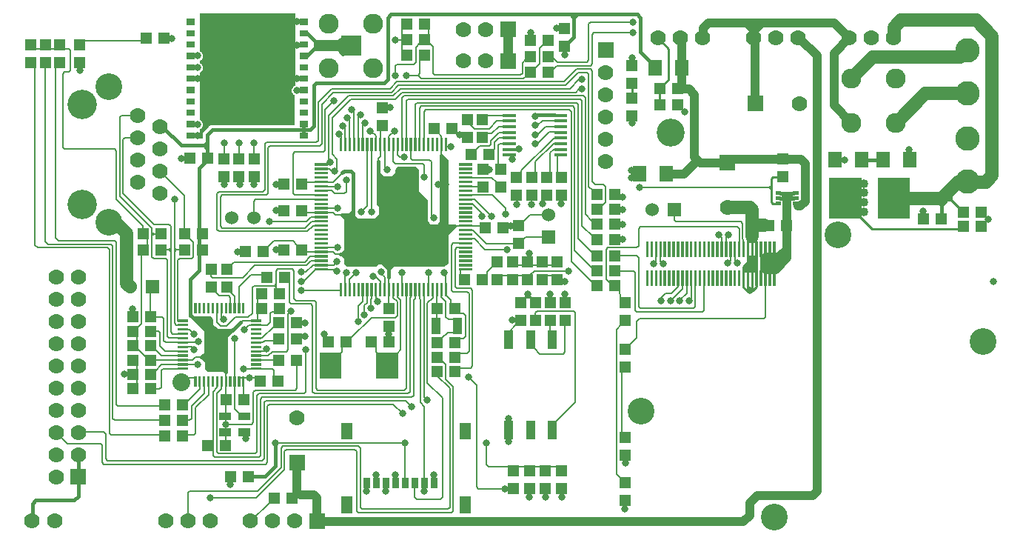
<source format=gbr>
G04 start of page 2 for group 0 idx 0 *
G04 Title: (unknown), component *
G04 Creator: pcb 4.0.2 *
G04 CreationDate: Wed Oct 16 23:20:42 2019 UTC *
G04 For: walter *
G04 Format: Gerber/RS-274X *
G04 PCB-Dimensions (mil): 4429.13 2362.20 *
G04 PCB-Coordinate-Origin: lower left *
%MOIN*%
%FSLAX25Y25*%
%LNTOP*%
%ADD36C,0.1280*%
%ADD35C,0.0490*%
%ADD34C,0.0300*%
%ADD33C,0.0787*%
%ADD32C,0.0200*%
%ADD31C,0.1181*%
%ADD30C,0.0158*%
%ADD29C,0.0160*%
%ADD28C,0.0800*%
%ADD27C,0.0400*%
%ADD26C,0.1260*%
%ADD25C,0.0320*%
%ADD24C,0.0320*%
%ADD23C,0.1320*%
%ADD22C,0.0900*%
%ADD21C,0.1100*%
%ADD20C,0.0700*%
%ADD19C,0.1200*%
%ADD18C,0.0080*%
%ADD17C,0.0079*%
%ADD16C,0.0150*%
%ADD15C,0.0100*%
%ADD14C,0.0600*%
%ADD13C,0.0394*%
%ADD12C,0.0591*%
%ADD11C,0.0001*%
G54D11*G36*
X81144Y234456D02*X123480D01*
Y201726D01*
X123347Y201644D01*
X123062Y201400D01*
X122818Y201115D01*
X122621Y200794D01*
X122477Y200447D01*
X122390Y200082D01*
X122360Y199707D01*
X122390Y199332D01*
X122477Y198967D01*
X122621Y198620D01*
X122818Y198299D01*
X123062Y198014D01*
X123347Y197770D01*
X123480Y197688D01*
Y184178D01*
X86720D01*
X86632Y184185D01*
X86279Y184157D01*
X85935Y184074D01*
X85607Y183939D01*
X85305Y183754D01*
X85305Y183754D01*
X85036Y183524D01*
X84979Y183457D01*
X82947Y181425D01*
X82880Y181368D01*
X82650Y181099D01*
X82465Y180797D01*
X82330Y180469D01*
X82247Y180125D01*
X82247Y180125D01*
X82219Y179772D01*
X82226Y179684D01*
Y178008D01*
X81144D01*
Y182329D01*
X81381Y182475D01*
X81666Y182719D01*
X81910Y183004D01*
X82107Y183325D01*
X82251Y183672D01*
X82338Y184037D01*
X82360Y184412D01*
X82338Y184787D01*
X82251Y185152D01*
X82107Y185499D01*
X81910Y185820D01*
X81666Y186105D01*
X81381Y186349D01*
X81144Y186495D01*
Y207809D01*
X81381Y207955D01*
X81666Y208199D01*
X81910Y208484D01*
X82107Y208805D01*
X82251Y209152D01*
X82338Y209517D01*
X82360Y209892D01*
X82338Y210267D01*
X82251Y210632D01*
X82107Y210979D01*
X81910Y211300D01*
X81666Y211585D01*
X81381Y211829D01*
X81144Y211975D01*
Y213101D01*
X81381Y213247D01*
X81666Y213491D01*
X81910Y213776D01*
X82107Y214097D01*
X82251Y214444D01*
X82338Y214809D01*
X82360Y215184D01*
X82338Y215559D01*
X82251Y215924D01*
X82107Y216271D01*
X81910Y216592D01*
X81666Y216877D01*
X81381Y217121D01*
X81144Y217267D01*
Y234456D01*
G37*
G36*
X124068D02*Y201997D01*
X124015Y201985D01*
X123668Y201841D01*
X123477Y201724D01*
X122108D01*
Y234456D01*
X124068D01*
G37*
G54D12*X393503Y228150D02*Y223623D01*
X374409Y205119D02*X374410D01*
X383858Y214567D01*
X423227D01*
X393503Y223426D02*Y228150D01*
X407677Y198229D02*X394291Y184843D01*
X426771Y198229D02*X407677D01*
X423227Y214567D02*X426574Y217914D01*
X393503Y228150D02*X396653Y231300D01*
X430511D01*
G54D13*X366535Y216338D02*Y192913D01*
X374409Y185039D01*
G54D12*X430511Y231300D02*X437795Y224016D01*
Y161221D01*
X435039Y158465D01*
X426771D01*
G54D14*X426496Y158408D02*X422184D01*
X414932Y151156D01*
G54D15*X424928Y144688D02*X418264Y151352D01*
X419244Y150372D02*Y151940D01*
Y150372D02*X417480D01*
G54D16*X381416Y168404D02*X387884D01*
G54D14*X414932Y151156D02*X398272D01*
G54D16*X414932Y141748D02*Y148020D01*
X416500Y149588D01*
X414932Y148020D02*X414148Y148804D01*
G54D15*X422968Y137240D02*X383572D01*
X378280Y142532D01*
X327755Y125001D02*X331692D01*
G54D12*X334843Y138976D02*X332087D01*
G54D17*X315945Y133464D02*X314764Y134645D01*
X315945Y131299D02*Y133464D01*
X317913Y131496D02*Y133660D01*
X318898Y134645D01*
X249213Y100393D02*X250000Y99606D01*
X232087D02*X232874Y100393D01*
X219685Y116338D02*X217126D01*
X286417Y125393D02*Y122834D01*
X285236Y121653D01*
X276968Y100787D02*Y117716D01*
X278543Y124409D02*Y102362D01*
X279331Y101574D01*
X288386Y122834D02*X289567Y121653D01*
X304134Y102362D02*Y112204D01*
X308071D02*Y100788D01*
X307283Y100000D01*
X302165Y112007D02*Y105314D01*
X300197Y108464D02*Y112204D01*
X303346Y101574D02*X304134Y102362D01*
X293307Y108267D02*X290748D01*
X297047Y105118D02*Y105314D01*
X300197Y108464D01*
X298228Y110433D02*X292913Y105118D01*
X296260Y111221D02*X293307Y108267D01*
X290748D02*X288780Y106299D01*
X288386Y125393D02*Y122834D01*
X249803Y127755D02*X258071Y119487D01*
X248228Y122637D02*X258268Y112597D01*
X232874Y100393D02*X249213D01*
X307283Y100000D02*X277755D01*
X276968Y100787D01*
X279331Y101574D02*X303346D01*
X269882Y109842D02*Y108267D01*
X270472Y107677D01*
Y106299D01*
X241929Y162401D02*Y170472D01*
X218506Y138778D02*X223624D01*
X237992Y133661D02*X227559D01*
X237992Y143700D02*X229527D01*
X251378Y132873D02*X257874Y126377D01*
Y154724D02*X256102Y156496D01*
X263780Y149212D02*X261811Y147244D01*
X263780Y149212D02*Y156299D01*
X262598Y157480D01*
X258858D01*
X257677Y158661D01*
X218540Y146648D02*Y144100D01*
G54D16*X275984Y163779D02*Y160433D01*
G54D15*X329724Y110630D02*X328740Y109646D01*
X325787Y111024D02*X327165Y109646D01*
X330118D01*
X327755Y110434D02*X328543Y109646D01*
X330118D02*Y109647D01*
X331692Y111221D01*
Y112008D01*
X325787D02*Y111024D01*
X327755Y112008D02*Y110434D01*
X329724Y112008D02*Y110630D01*
X328543Y124804D02*Y118701D01*
X327755Y125001D02*Y118504D01*
X331692Y125001D02*Y118504D01*
X330905Y124804D02*Y118701D01*
X330118Y124804D02*Y118701D01*
X329330Y125001D02*Y118701D01*
X331692Y118504D02*X325787D01*
Y120473D01*
X327362Y122048D01*
X326574Y118898D02*Y120276D01*
X327165Y120867D01*
Y118898D02*Y120079D01*
G54D12*X336220Y123623D02*Y119882D01*
G54D17*X333661Y125196D02*Y118307D01*
G54D12*X336220Y119882D02*X339566D01*
G54D17*X294685Y141338D02*Y144291D01*
X295472Y140551D02*X294685Y141338D01*
X324606Y140551D02*X295472D01*
X319882Y123031D02*X318701Y121850D01*
X323031Y138189D02*X279331D01*
X279134Y155905D02*X338189D01*
X323819Y131299D02*Y137401D01*
X321850Y122835D02*X322835Y121850D01*
X321850Y125196D02*Y122835D01*
X323819Y137401D02*X323031Y138189D01*
X325394Y132874D02*Y139763D01*
X324606Y140551D01*
X325787Y132481D02*X325394Y132874D01*
X325787Y131299D02*Y132481D01*
X327756Y131299D02*Y132283D01*
X331693Y131299D02*Y132480D01*
X327756Y131299D02*X331693D01*
X319882Y125196D02*Y123031D01*
G54D12*X329724Y134055D02*Y146063D01*
X328740Y147047D01*
X318307D01*
G54D13*X358876Y19248D02*Y215311D01*
G54D12*X343307Y123623D02*X336220D01*
G54D13*X345276Y137795D02*Y124212D01*
X340157Y119094D01*
X345276Y137598D02*Y128149D01*
X342126Y125000D01*
X345352Y150764D02*Y139200D01*
G54D17*X335630Y112007D02*Y97637D01*
X334843Y96850D01*
X298228Y112007D02*Y110433D01*
X296260Y112007D02*Y111221D01*
X263977Y114764D02*X265749Y112992D01*
X270669Y94291D02*X268504Y92126D01*
Y27165D01*
X270669Y25000D01*
X270866Y45078D02*Y73228D01*
X334843Y96850D02*X278937D01*
X277756Y95669D01*
Y88385D01*
X274409Y85039D01*
G54D16*X277953Y233858D02*X279331Y232480D01*
Y216928D01*
X283661Y212598D01*
G54D17*X255314Y212401D02*X256102Y213189D01*
X241929Y212401D02*X255314D01*
X241732Y210826D02*X256889D01*
X257677Y211614D01*
X275984Y230511D02*X256889D01*
X256102Y229724D01*
X275984Y225590D02*X258464D01*
X256102Y229724D02*Y223425D01*
Y213189D02*Y223424D01*
X257677Y211614D02*Y221849D01*
X258464Y225590D02*X257677Y224803D01*
Y221850D01*
X252953Y138779D02*X257874Y133858D01*
X270079Y125196D02*X277755D01*
X264764Y128937D02*X263976Y128149D01*
X264764Y128937D02*X277756D01*
X263976Y128149D02*Y114763D01*
X277756Y125196D02*X278544Y124408D01*
X277756Y128937D02*X278543Y129724D01*
Y137401D01*
X276968Y117716D02*X276181Y118503D01*
X269882D01*
X254528Y196456D02*Y143897D01*
X252953Y194881D02*Y138779D01*
X254528Y196456D02*X253740Y197244D01*
X254528Y143897D02*X257677Y140748D01*
X279331Y138189D02*X278543Y137401D01*
G54D15*X275576Y197020D02*Y201724D01*
G54D17*X226772Y205118D02*X228150Y206496D01*
X225393Y206692D02*X226181Y207480D01*
Y212007D01*
X227756Y213582D01*
X234055Y218700D02*X236024Y220669D01*
X234055Y218700D02*Y211613D01*
X232087Y209645D01*
X241732Y210826D02*X239961Y209055D01*
X241929Y212401D02*X240157Y214173D01*
G54D13*X373425Y223228D02*X366535Y216338D01*
Y230118D02*X373425Y223228D01*
X309843Y230118D02*X366535D01*
X330512Y223228D02*Y229921D01*
Y223228D02*Y226574D01*
X327165Y229921D01*
X330315Y223228D02*Y226377D01*
X333858Y229921D01*
X358876Y215248D02*X351002Y223122D01*
X331102Y193700D02*Y222637D01*
X330315Y223425D01*
X307480D02*Y227755D01*
X309843Y230118D01*
X298031Y211614D02*Y222637D01*
X298228Y200393D02*X301181D01*
X303740Y197834D01*
X298031Y207283D02*Y200984D01*
Y222637D02*X297047Y223622D01*
G54D15*X292126Y218503D02*X287402Y223228D01*
X292126Y218503D02*Y204527D01*
X289764Y202165D01*
X287992Y199015D02*Y194685D01*
G54D13*X303740Y197834D02*Y169685D01*
X306299Y167126D01*
X318504D01*
X293701Y162007D02*X298819D01*
X304921Y168110D01*
X343392Y168796D02*X320264D01*
X318500Y167032D01*
X351624Y168796D02*X343196D01*
G54D16*X342412Y153508D02*X348292D01*
X342412Y151156D02*X348292D01*
X343588Y152332D02*X347116D01*
G54D13*X350448Y147628D02*X351428D01*
X353584Y149784D01*
Y166836D01*
X351624Y168796D01*
G54D15*X340648Y148804D02*X338884D01*
X338296Y149392D01*
Y159976D01*
X339080Y160760D01*
X341824D01*
G54D17*X338189Y156692D02*X337402Y155905D01*
X338189Y155118D02*X337402Y155905D01*
X169094Y97440D02*X158267D01*
X149016Y88189D01*
X170081Y106690D02*X171458Y105313D01*
X168112Y107479D02*Y106298D01*
X169884Y104526D01*
Y98227D01*
X169096Y97439D01*
X170081Y107282D02*Y106690D01*
X144884Y81888D02*X144293Y81297D01*
X133268Y65551D02*Y104330D01*
X144884Y84447D02*Y81888D01*
X160238Y84447D02*Y81888D01*
X160829Y81297D01*
X155118Y102952D02*X156299Y104133D01*
X152165Y102558D02*X154331Y104724D01*
Y107480D01*
X152165Y95669D02*Y102558D01*
X156299Y104133D02*Y107480D01*
X155118Y98622D02*Y102952D01*
X131693Y63976D02*Y102755D01*
X130905Y103543D02*X131693Y102755D01*
X114371Y73620D02*Y70667D01*
X108072Y74408D02*X113583D01*
X114371Y73620D01*
X109056Y88187D02*X114371Y93502D01*
X108269Y88187D02*X109056D01*
X107088Y96062D02*Y99605D01*
X108269Y94093D02*X111419D01*
X112206Y94880D01*
X108269Y78345D02*X114371D01*
X114568Y99999D02*X113387D01*
X121851Y100196D02*X120670Y99015D01*
Y82874D01*
X119882Y82086D01*
X171458Y105313D02*Y82872D01*
X193899Y105511D02*X191931Y107479D01*
X232087Y98031D02*Y99606D01*
X250000D02*Y59251D01*
X238780Y90748D02*Y94685D01*
X245472Y94488D02*Y81889D01*
X244685Y81102D01*
X234055D01*
X223425Y94290D02*X220276Y91141D01*
X234055Y81102D02*X231496Y83661D01*
X223425Y94291D02*Y94290D01*
X171458Y82872D02*X170081Y81495D01*
X176378Y61613D02*X177165Y62400D01*
X175591Y64173D02*X175590D01*
X180315Y105511D02*Y59251D01*
X182087Y24606D02*Y57480D01*
X180315Y59251D01*
X173622Y60039D02*X176378Y57283D01*
X192521Y90747D02*X195081D01*
X192915Y96652D02*X195474D01*
X200591Y98425D02*Y88977D01*
Y88976D02*X199606Y87991D01*
X199607D02*X198033D01*
X189962Y88188D02*X192521Y90747D01*
X202953Y74803D02*X197835D01*
X203740Y109842D02*Y75590D01*
X202953Y74803D01*
X197638Y81496D02*X201378D01*
X202165Y82283D01*
Y108268D01*
X205512Y67126D02*X201969Y70669D01*
X250000Y59251D02*X241339Y50590D01*
X243898Y30511D02*X210827D01*
X210039Y31299D01*
Y41141D01*
X218307Y20472D02*X206299D01*
X205512Y21259D01*
Y67126D01*
X189962Y88187D02*Y88188D01*
X189764Y78346D02*Y78345D01*
X191732Y76377D01*
X174017Y107479D02*X174016Y65748D01*
X175592Y106298D02*X175591Y64173D01*
X177166Y105314D02*X177165Y62401D01*
X175590Y64173D02*X174606Y63189D01*
X173032Y64763D02*X174015Y65747D01*
X181890Y61811D02*Y107480D01*
X183465Y104134D02*Y68110D01*
X183268Y60433D02*X181890Y61811D01*
X195079Y66338D02*X191732Y69685D01*
Y76377D01*
X193504Y65551D02*X187795Y71259D01*
X190157Y61417D02*X183465Y68110D01*
X132480Y63189D02*X174606D01*
X173031Y64763D02*X134056D01*
X176378Y61614D02*X122044Y61615D01*
X105906Y64763D02*X119883D01*
X123819D02*X119882D01*
X134055Y64764D02*X133267Y65552D01*
X131693Y63976D02*X132480Y63189D01*
X128740Y63976D02*X127953Y63189D01*
X109055Y61614D02*X122047D01*
X110630Y60039D02*X173622D01*
X112205Y58464D02*X168110D01*
G54D16*X114961Y30709D02*X110236Y25984D01*
G54D17*X104133Y5905D02*X112598Y14370D01*
X103740Y5905D02*X104133D01*
X106299Y16338D02*X119094Y29133D01*
G54D16*X114961Y41141D02*Y30709D01*
G54D17*X110630Y31496D02*X111417Y32283D01*
Y43897D01*
X108268Y60826D02*Y35433D01*
X109843Y45472D02*Y59251D01*
X110630Y60039D01*
X111417Y43897D02*Y57677D01*
X112205Y58464D01*
X173425Y41141D02*Y24409D01*
X168110Y58464D02*X172244Y54330D01*
X152362Y9645D02*X194291D01*
X195079Y10433D01*
Y66338D01*
X193504Y12007D02*Y65551D01*
X190157Y16535D02*Y61417D01*
X153150Y12007D02*X153937Y11220D01*
X192717D01*
X193504Y12007D01*
X177756Y21259D02*Y16535D01*
X178543Y15748D01*
X189370D01*
X190157Y16535D01*
X150787Y37992D02*X119882D01*
X152362Y39566D02*X118307D01*
X114961Y41141D02*X173425D01*
X151575Y21456D02*Y37205D01*
X150788Y37992D01*
X153150Y23031D02*Y38779D01*
Y38780D02*X152363Y39567D01*
X151575Y21653D02*Y10433D01*
X152362Y9645D01*
X153150Y23228D02*Y12007D01*
G54D13*X124803Y32283D02*Y19094D01*
X126181Y17716D01*
X132283D01*
X133661Y16338D01*
Y7874D01*
X135827Y5708D02*X325787D01*
X328543Y8464D01*
Y13976D01*
X331890Y17322D01*
X356916Y17288D01*
X358885Y19257D01*
G54D16*X170669Y153543D02*X176181D01*
X170472Y152362D02*X177362D01*
X173031Y155905D02*X174016D01*
X171850Y154724D02*X175000D01*
X191339Y138779D02*X189764Y140354D01*
X168701Y153346D02*X162008D01*
X167913Y154133D02*X162795D01*
X167126Y154921D02*X163583D01*
X166339Y155708D02*X164370D01*
X162008Y153346D02*Y159055D01*
X162795Y154133D02*Y158267D01*
X163583Y154921D02*Y157480D01*
X164370Y155708D02*Y156692D01*
X162008Y159055D02*X167913D01*
X162795Y158267D02*X167126D01*
X163583Y157480D02*X166339D01*
X164370Y156692D02*X165551D01*
X167913Y159055D02*Y154133D01*
X167126Y158267D02*Y154921D01*
X166339Y157480D02*Y155708D01*
G54D17*X172047Y196456D02*Y178149D01*
X177953Y193307D02*Y177952D01*
X174016Y194881D02*Y178149D01*
X181890Y177952D02*Y190157D01*
X179921Y191732D02*Y177952D01*
X181890Y190158D02*X182677Y190945D01*
X180709Y192520D02*X179921Y191732D01*
X172834Y197244D02*X172047Y196457D01*
X178741Y194095D02*X177953Y193307D01*
X174803Y195669D02*X174016Y194882D01*
X168898Y195669D02*X172047Y198818D01*
X168111Y197244D02*X171260Y200393D01*
X169685Y203543D02*X166535Y200393D01*
X170473Y201968D02*X167323Y198818D01*
X189765Y172637D02*X189764Y138779D01*
G54D16*X179921Y151574D02*X179725D01*
X179134Y152165D01*
X177362Y152362D02*Y163385D01*
X176181Y153543D02*Y162204D01*
G54D17*X175984Y172637D02*Y169095D01*
X176772Y168307D01*
G54D16*X174016Y155905D02*Y160236D01*
X177362Y163385D02*X170669D01*
X173031Y161023D02*Y155905D01*
X175000Y161023D02*X173031D01*
X171850Y162204D02*Y154724D01*
G54D17*X168898Y166732D02*X181299D01*
G54D16*X168701Y159055D02*Y153346D01*
G54D17*X162206Y172637D02*Y169881D01*
X161222Y168897D01*
X162207Y177951D02*Y181692D01*
X166142Y177952D02*Y178937D01*
X168701Y181496D01*
X189764Y177755D02*Y179133D01*
X188189Y180708D01*
X193898Y174212D02*X191733D01*
X182087Y165944D02*Y160629D01*
X176772Y168307D02*X184448D01*
X185236Y167519D01*
X168110Y172637D02*Y167520D01*
G54D16*X150984Y139960D02*X161811D01*
X151181Y138779D02*X162598D01*
X152953Y138189D02*Y136811D01*
X154331Y138582D02*Y133661D01*
X160433Y136417D02*X159055D01*
Y133070D01*
X155709Y138385D02*Y131102D01*
X156890Y138189D02*Y131299D01*
X157874Y137598D02*Y132283D01*
X156890Y131299D02*X161417D01*
X157874Y132283D02*X160433D01*
X161417Y131299D02*Y137598D01*
X160433Y132283D02*Y136417D01*
X160039Y141141D02*X161220D01*
X161811Y141732D01*
X161417Y137598D02*X157874D01*
G54D17*X252165Y195669D02*X174803D01*
X182677Y190945D02*X247441Y190944D01*
X249016Y192519D02*X180709Y192520D01*
X250591Y194094D02*X178741Y194095D01*
X247638Y200393D02*X251772Y204527D01*
X251378Y207677D02*X245669Y201968D01*
X250197Y198818D02*X251772Y200393D01*
X249803Y191731D02*X249015Y192519D01*
X252953Y194881D02*X252165Y195669D01*
X251378Y193306D02*X250590Y194094D01*
X172834Y197244D02*X253740D01*
X179331Y206496D02*X173819D01*
X179331D02*X180709Y205118D01*
X226772D01*
X185827Y207479D02*X186614Y206692D01*
X225393D01*
X249803Y191731D02*Y127755D01*
X248228Y122637D02*X248229Y190157D01*
X247441Y190945D01*
X251378Y193306D02*Y132874D01*
X256102Y156496D02*Y206890D01*
X257677Y158661D02*Y208464D01*
G54D16*X166929Y233858D02*X277953D01*
G54D17*X240945Y188582D02*X232480D01*
G54D16*X231890D02*X240551D01*
G54D17*X172047Y198818D02*X250197D01*
X171260Y200393D02*X247638D01*
X245669Y201968D02*X170473D01*
X244882Y203543D02*X169685D01*
X217717Y188385D02*X210039D01*
X217913Y186023D02*X214763D01*
X217717Y178346D02*X215748D01*
G54D16*X250984Y233858D02*X249409Y232283D01*
Y232284D01*
Y233858D02*Y223621D01*
X247047Y221259D01*
G54D17*X185827Y219291D02*X184252Y220866D01*
X185827Y219291D02*Y207479D01*
X229527Y143700D02*X226575Y140748D01*
X229331Y126180D02*Y124015D01*
X227559Y133661D02*X226378Y132480D01*
X219291Y127952D02*X209449D01*
X223622Y130708D02*X210039D01*
X238780Y162401D02*Y171654D01*
X232087Y162401D02*Y167520D01*
X240157Y175590D01*
X240748D01*
X225591Y163583D02*X240157Y178149D01*
X238780Y171654D02*X240157Y173031D01*
X240945D01*
X225591Y162598D02*Y163583D01*
X224803Y173228D02*X222638D01*
X238386Y180905D02*X233071Y175590D01*
X223819Y148425D02*Y150787D01*
X230315Y148228D02*Y150590D01*
X212660Y152528D02*X218540Y146648D01*
X203346Y150590D02*X204724D01*
X212402Y142913D01*
X240157Y178149D02*X240945D01*
Y186023D02*X235236D01*
X233071Y183858D01*
X240945Y183464D02*X236811D01*
X233071Y179724D01*
X240945Y180905D02*X238386D01*
X232480Y188582D02*X231890Y187992D01*
X256102Y206890D02*X255315Y207677D01*
X251378D01*
X257677Y208464D02*X256890Y209251D01*
X250590D01*
X244882Y203543D01*
G54D16*X244291Y233858D02*Y233857D01*
X249409Y232284D02*X247835Y233858D01*
X161417Y124606D02*Y127165D01*
G54D17*X209449Y127952D02*X204528Y132874D01*
X140947Y158464D02*X141931Y159448D01*
X123622Y171850D02*X122835Y171063D01*
X132876Y158463D02*X128938D01*
X139369Y164370D02*X140354Y163385D01*
X138189Y164370D02*X139369D01*
X110236Y170275D02*Y175589D01*
X111024Y176377D01*
X133465D01*
X112599Y174803D02*X111811Y174015D01*
X112598Y174803D02*X135039D01*
X136614Y171850D02*X123622D01*
X134252Y194291D02*Y177165D01*
X140551Y170866D02*Y187401D01*
X137402Y172638D02*X136614Y171850D01*
X138976Y166535D02*Y188189D01*
X135827Y175590D02*Y193503D01*
G54D16*X130536Y181928D02*X132300Y183692D01*
G54D17*X158268Y172637D02*Y164567D01*
X160236Y177952D02*Y179331D01*
X158465Y181102D01*
X168111Y197244D02*X148031D01*
G54D16*X163976Y203149D02*X133464D01*
X132283Y201968D01*
G54D17*X166535Y200393D02*X140354D01*
X167323Y198818D02*X141142D01*
X137402Y190944D02*X141339Y194881D01*
X140551Y187401D02*X148819Y195669D01*
X148031Y197244D02*X138976Y188189D01*
X135827Y193503D02*X141142Y198818D01*
X140354Y200393D02*X134252Y194291D01*
G54D16*X132300Y183692D02*X132283Y201968D01*
G54D17*X148819Y195669D02*X168898D01*
X133464Y176377D02*X134251Y177164D01*
X137402Y172638D02*Y190944D01*
X135040Y174803D02*X135827Y175590D01*
X142717Y168700D02*X140551Y170866D01*
X146457Y177755D02*Y183267D01*
X144488Y177559D02*Y179724D01*
X152362Y177952D02*Y188779D01*
X150394Y177952D02*Y190748D01*
X154331Y177755D02*Y185039D01*
X148425Y177755D02*Y186614D01*
G54D16*X165551Y204724D02*Y232480D01*
X163976Y203149D02*X165551Y204724D01*
G54D17*X168898Y206496D02*Y210629D01*
X169685Y211416D01*
G54D16*X165551Y232480D02*X166929Y233858D01*
G54D17*X172835Y222244D02*X169291D01*
X172047Y226968D02*Y216929D01*
X184055Y226968D02*Y223622D01*
X178150Y219095D02*X179921Y220866D01*
X169685Y211417D02*X177363D01*
X178150Y212204D01*
Y219095D01*
X180118Y213582D02*Y207283D01*
X179331Y206496D01*
G54D16*X218307Y227165D02*Y212992D01*
X221063Y227165D02*Y212992D01*
X219685Y227165D02*Y212795D01*
X148960Y220344D02*X134260D01*
X133280Y221520D02*X143472D01*
X145236Y223284D01*
X133280Y219168D02*X147000D01*
X134260Y220344D02*X129164Y225440D01*
X134456Y220344D02*X129360Y215248D01*
X132888Y221520D02*Y218972D01*
X132496Y218188D02*X143276D01*
X145432Y216032D01*
X144452Y221912D02*Y218384D01*
X144648Y218188D01*
G54D17*X211220Y182480D02*X204527D01*
X202756Y184251D01*
X214763Y186023D02*X211220Y182480D01*
X209843Y180314D02*X212401D01*
X215551Y183464D01*
X217717D01*
X217913Y180708D02*X215748D01*
X212008Y176968D01*
X215748Y178346D02*X213583Y176181D01*
X217717Y175787D02*X216141D01*
X215354Y175000D01*
Y164763D01*
X212008Y176968D02*Y175394D01*
X211220Y174606D01*
X206890D01*
X205118Y172834D01*
X213583Y176181D02*Y173228D01*
X213189Y172834D01*
X203448Y152528D02*X212660D01*
X203150Y148622D02*X203740D01*
X208071Y144291D01*
Y142913D01*
X203150Y156496D02*X206693D01*
X203346Y160433D02*X212402D01*
X214567Y158267D01*
X204528Y132874D02*X203346D01*
X210039Y130708D02*X203937Y136811D01*
X203346D01*
X228740Y108070D02*X228741D01*
X230315Y106496D01*
X245472Y113582D02*X243504D01*
X230315Y106496D02*X227165D01*
X228543Y107874D01*
X238780Y108070D02*Y106102D01*
X245472Y108070D02*Y106299D01*
X221654Y96456D02*X223622D01*
X231495Y118503D02*X229724Y116732D01*
X246850Y118503D02*X231495D01*
X223622Y120866D02*X239764D01*
X223425Y116338D02*X226575D01*
X237008D02*X239764D01*
X168110Y167520D02*X168898Y166732D01*
G54D16*X170669Y163385D02*Y153543D01*
X169488Y163778D02*X170276Y164566D01*
G54D17*X171063Y169685D02*X172835D01*
G54D16*X170276Y164566D02*X177756D01*
G54D17*X165551Y163976D02*X164173Y165354D01*
X185236Y167519D02*Y143306D01*
G54D16*X189764Y170472D02*Y138779D01*
Y140354D02*X188189Y138779D01*
X191929Y134842D02*Y168110D01*
X190945Y168700D02*Y139960D01*
G54D17*X181299Y166732D02*X182087Y165944D01*
G54D16*X191929Y168110D02*X189764Y170275D01*
X177756Y164566D02*X178543Y163779D01*
X176181Y162204D02*X171850D01*
X175000Y154724D02*Y161023D01*
X178543Y163779D02*Y153937D01*
G54D17*X198425Y138779D02*X163189D01*
X203348Y138778D02*X207285D01*
X185236Y143306D02*X186220Y142322D01*
X187797Y107479D02*Y96455D01*
X191734Y104723D02*Y97833D01*
X192915Y96652D01*
X199607Y99409D02*X200591Y98425D01*
X175985Y107479D02*Y106691D01*
X175592Y106298D01*
X177954Y107479D02*X177953Y106102D01*
Y106101D02*X177166Y105314D01*
X179921Y107480D02*Y105905D01*
X183465Y104134D02*X185827Y106496D01*
Y107480D01*
X189766Y107479D02*Y106691D01*
X191734Y104723D01*
X193899Y103345D02*Y105511D01*
X194291Y109843D02*X195079Y109055D01*
X198033Y99408D02*X199607Y99409D01*
X198031Y128937D02*X196654D01*
X195866Y128149D01*
Y111417D01*
X196654Y110629D01*
X210236Y117913D02*X212992Y120669D01*
X210236Y116535D02*Y117913D01*
X198425Y118897D02*Y116535D01*
G54D16*X190748Y121259D02*X191929Y122440D01*
G54D17*X194291Y130118D02*Y109843D01*
X202165Y108268D02*X201378Y109055D01*
X195079D01*
X196654Y110629D02*X202953D01*
X203740Y109842D01*
X198228Y130905D02*X195078D01*
G54D16*X189567Y136417D02*X163583D01*
X188386Y135236D02*X164764D01*
X187205Y134055D02*X165945D01*
X186024Y132874D02*X167126D01*
X184843Y131889D02*X168307D01*
G54D17*X195078Y130905D02*X194291Y130118D01*
G54D16*X191929Y122440D02*Y135039D01*
X195669Y138779D01*
X192323Y136614D02*Y136811D01*
X193504Y137992D01*
X190748Y122440D02*Y137598D01*
X189567Y123622D02*Y136417D01*
X188386Y124803D02*Y135236D01*
X187205Y125984D02*Y134055D01*
X186024Y127165D02*Y132874D01*
X184843Y128346D02*Y131889D01*
X183661Y129527D02*Y130708D01*
X195669Y138779D02*X163386D01*
G54D17*X183858Y112599D02*Y117520D01*
G54D16*X167913Y121259D02*X190748D01*
X164370Y122440D02*X190748D01*
X162402Y137598D02*Y123622D01*
X163583Y136417D02*Y124803D01*
X164764Y135236D02*Y125984D01*
X165945Y134055D02*Y127165D01*
X167126Y132874D02*Y128346D01*
X168307Y131889D02*Y129527D01*
X165945Y127165D02*X186024D01*
X167126Y128346D02*X184843D01*
X168307Y129527D02*X183661D01*
Y130708D02*X169291D01*
X190748Y137598D02*X162402D01*
X181299Y151181D02*X182480Y150000D01*
Y140748D02*X184449Y138779D01*
X182480Y150000D02*Y138779D01*
X181299Y139763D02*Y150000D01*
X161220Y152755D02*X161221D01*
X162795Y151181D01*
X161220D02*X163189D01*
X168898Y150787D02*Y151575D01*
X162402Y150984D02*Y139763D01*
X181299Y150000D02*X163583D01*
Y140944D01*
X162402Y139763D02*X181299D01*
X163583Y140944D02*X180118D01*
Y148818D02*X164764D01*
Y142126D01*
X178937D01*
X161220Y148818D02*X162598Y147440D01*
X180118Y140944D02*Y148818D01*
X178937Y142126D02*Y147637D01*
X165945D01*
Y143307D02*X177756D01*
Y146456D01*
X165945Y147637D02*Y143307D01*
X177756Y146456D02*X167126D01*
Y144488D01*
X176575D01*
Y145472D01*
X168110D01*
X162795Y151181D02*X181299D01*
X168898Y151575D02*X169488Y152165D01*
X178543Y153937D02*X182480Y150000D01*
X167717Y151181D02*X169488Y152952D01*
X161220Y152755D02*Y148818D01*
X178543Y154724D02*Y151377D01*
X169488Y152165D02*Y163778D01*
G54D17*X170079Y172834D02*Y170669D01*
X171063Y169685D01*
G54D16*X163189Y160236D02*X167520D01*
X169488Y162204D01*
X161220Y152559D02*Y167519D01*
Y162204D02*X163189Y160236D01*
X161614Y159842D02*X168898D01*
G54D17*X161220Y168897D02*Y151181D01*
G54D16*X162008Y152559D02*X168701D01*
G54D17*X140946Y126968D02*X141931Y125983D01*
X138191Y126968D02*X140946D01*
X132876Y126967D02*X128742D01*
X138191Y128936D02*X143112D01*
X111220Y128937D02*X111221D01*
X115355Y118504D02*X116142Y119291D01*
X105708Y120865D02*X128937D01*
X122637Y119291D02*X123425Y118503D01*
X116142Y119291D02*X122637D01*
X115355Y110039D02*Y118504D01*
X114567Y111810D02*X114568D01*
X114567D02*X115355Y112598D01*
X114568Y111810D02*X115355Y111023D01*
X114567Y110039D02*X114566D01*
Y110040D01*
X131103Y123031D02*X132874D01*
X128150Y122440D02*X130709Y124999D01*
X128937Y120865D02*X131103Y123031D01*
X130709Y124999D02*X132874D01*
X131890Y121063D02*X132874D01*
X124409Y105118D02*X132480D01*
X123425Y106102D02*X124409Y105118D01*
X123425Y118503D02*Y106102D01*
X121260Y104330D02*X122047Y103543D01*
X121260Y113582D02*Y104330D01*
X122047Y103543D02*X130905D01*
X127559Y113779D02*X132874Y119094D01*
X128740Y117913D02*X131890Y121063D01*
X127559Y109645D02*X144488D01*
X127559Y117913D02*X128740D01*
X132480Y105118D02*X133268Y104330D01*
X138189Y121063D02*X141340D01*
X142717Y122440D01*
X137992Y119094D02*X141930D01*
X142717Y118307D01*
X141931Y125983D02*X161222D01*
G54D16*X159646Y125984D02*Y125983D01*
X161220Y124409D01*
Y127559D02*Y127558D01*
X159646Y125984D01*
X161220D02*X144291D01*
X147047Y124606D02*X160827D01*
X147638Y126968D02*X160039D01*
X147638Y127952D02*X162598Y128149D01*
X146654Y127756D02*X144882Y125984D01*
X146654Y128149D02*Y126377D01*
X145079Y125984D02*X146654Y124409D01*
G54D17*X166144Y107282D02*Y103738D01*
X179921Y105905D02*X180315Y105511D01*
X161024Y104527D02*X161023D01*
X160236Y107480D02*Y105315D01*
X161024Y104527D01*
X158071Y101574D02*Y105905D01*
X158268Y107480D02*Y106102D01*
X158071Y105905D01*
X146457Y112598D02*Y117519D01*
G54D16*X166142Y119488D02*X161024Y124606D01*
X159842Y121259D02*X160827Y122244D01*
X163189D01*
X166142Y119488D02*X167913Y121259D01*
X164567D02*X167717D01*
X166142D02*Y120472D01*
G54D17*X148425Y114763D02*X151181Y117519D01*
X148425Y112795D02*Y114763D01*
X164173Y112795D02*Y115551D01*
X162795Y116929D01*
X162205Y112598D02*Y113778D01*
X160039Y115944D01*
G54D16*X146654Y124409D02*Y122046D01*
X147441Y121259D01*
X159842D01*
X147244Y123228D02*X161220D01*
X147244Y122244D02*X160433D01*
G54D17*X191732Y112795D02*Y116732D01*
X172049Y112794D02*Y117716D01*
X166143Y115550D02*Y112991D01*
G54D16*X166142Y115551D02*Y119488D01*
X162402Y123622D02*X189567D01*
X163583Y124803D02*X188386D01*
X164764Y125984D02*X187205D01*
G54D17*X138191Y146653D02*X143112D01*
X140947Y144684D02*X141931Y143700D01*
X138191Y144684D02*X140947D01*
X138191Y158464D02*X140947D01*
X138191Y156495D02*X143112D01*
X138189Y166535D02*X137992Y166338D01*
X132876Y144684D02*X128938D01*
X129331Y136220D02*X131890Y138779D01*
X130906Y142716D02*X132874D01*
X128938Y140748D02*X130906Y142716D01*
X140354Y154527D02*X138189D01*
X141535Y153346D02*X140354Y154527D01*
X131299Y140748D02*X133071D01*
X131890Y138779D02*X133071D01*
X114173Y131889D02*X122835D01*
X111221Y128937D02*X114173Y131889D01*
X111024Y152559D02*X111811Y153346D01*
X133071Y150590D02*X106102D01*
X133071Y152559D02*X123622D01*
X122835Y153346D01*
Y171063D01*
X110236Y170275D02*Y154921D01*
X109448Y154133D02*X110236Y154921D01*
X111811Y174015D02*Y153346D01*
X122835Y131889D02*X124803Y129921D01*
X112205Y140748D02*X128938D01*
X128346Y137795D02*X131299Y140748D01*
X146063Y153346D02*X141535D01*
G54D16*X150000Y143700D02*Y162401D01*
G54D17*X146850Y159448D02*Y154133D01*
X146063Y153346D01*
X141929Y143700D02*X145079D01*
G54D16*X148425D01*
G54D17*X142717Y163385D02*Y168700D01*
X145866Y163385D02*X147441D01*
X141929Y159448D02*X145866Y163385D01*
X156299Y147637D02*X153740Y145078D01*
X156299Y172637D02*Y147637D01*
X158268Y164566D02*Y145078D01*
G54D16*X150000Y162401D02*X149016Y163385D01*
X145866D01*
X145079Y162598D01*
G54D18*X164175Y172637D02*X164173Y165354D01*
G54D16*X148426Y143700D02*X150000Y145274D01*
X145276Y143700D02*Y143701D01*
X145079Y143700D02*X145080D01*
X146654Y142126D01*
Y141732D02*Y143307D01*
Y142126D02*Y127756D01*
X147638Y142322D02*Y127952D01*
X148622Y143503D02*Y129133D01*
X149606Y143110D02*Y130314D01*
X150787Y141732D02*Y131496D01*
X150000Y143700D02*Y143110D01*
X148622Y129133D02*X162598Y129330D01*
X149606Y130314D02*X162008D01*
X150787Y131496D02*X155512D01*
X151969Y137598D01*
X151968Y137795D02*Y132677D01*
X154331D01*
X153150Y136614D01*
Y133661D01*
G54D17*X145079Y143700D02*X166142Y122637D01*
G54D16*X151772Y141338D02*X160039D01*
X162795Y144094D01*
X150000Y143110D02*X151772Y141338D01*
G54D17*X47245Y178346D02*X46457Y177558D01*
X62992Y173425D02*Y171455D01*
X52953Y178346D02*X47245D01*
X20078Y173228D02*X19291Y174015D01*
X43307Y172441D02*X42520Y173228D01*
X20078D01*
X44882Y187597D02*Y152165D01*
X43307Y150787D02*Y156693D01*
Y156692D02*Y172441D01*
X44882Y187597D02*X45670Y188385D01*
X50788D01*
X62993Y183464D02*X62796Y183661D01*
G54D16*X62916Y183300D02*X64092D01*
G54D17*X46457Y153345D02*X60433Y139369D01*
X44882Y152165D02*X59449Y137598D01*
X43307Y150787D02*X55315Y138779D01*
X59449Y135826D02*X60236Y135039D01*
X46457Y177558D02*Y153345D01*
X39370Y128937D02*X15354D01*
X40945Y130511D02*X16929D01*
X42520Y132086D02*X18504D01*
X17323D02*X18504D01*
X12598Y130511D02*X16929D01*
G54D12*X48031Y135433D02*X43110Y140354D01*
G54D17*X16142Y210236D02*Y133267D01*
X11417Y210629D02*Y131692D01*
X12598Y130511D01*
X6693Y210433D02*Y130118D01*
X7874Y128937D01*
X15354D01*
X16142Y133267D02*X17323Y132086D01*
X19291Y174015D02*Y207086D01*
X55315Y221850D02*X28346D01*
X20079Y207855D02*X19292Y207068D01*
X21850Y207856D02*X20078D01*
X22638Y208644D02*X21850Y207856D01*
X22638Y217698D02*Y208643D01*
X21850Y218486D02*X22638Y217698D01*
X20079Y218486D02*X21850D01*
X6693D02*X16142D01*
X89764Y107283D02*X87796Y109251D01*
G54D16*X80709Y118700D02*X76575Y114566D01*
G54D17*X77953Y131298D02*X76181Y133070D01*
X77953Y124803D02*Y131298D01*
Y124802D02*X77166Y124015D01*
G54D16*X80709Y125787D02*Y118700D01*
G54D17*X77166Y124015D02*X71850D01*
X71063Y123228D01*
X67127Y88187D02*X71261D01*
X69489Y94881D02*X70276Y94094D01*
X67915Y90944D02*X68703Y90156D01*
X58663Y99801D02*Y109250D01*
X54724Y125984D02*Y94684D01*
X52756Y92716D01*
X66339Y123228D02*X66340Y88975D01*
X59449Y124803D02*X60237Y124015D01*
X57283Y132874D02*X57284Y130117D01*
X55315Y138779D02*Y135629D01*
X60236Y135038D02*X59449Y134251D01*
X60236Y135039D02*Y135038D01*
X60237Y124015D02*X65552D01*
X72048Y127952D02*X69489D01*
X65158D02*X67914D01*
X67126D02*X67127D01*
X67914Y127165D01*
X70276Y127952D02*X69489Y127165D01*
X65552Y124015D02*X66339Y123228D01*
X60433Y139369D02*X67127D01*
X67914Y138582D02*X67915Y90944D01*
X69488Y150787D02*X69489Y94881D01*
X67127Y139369D02*X67914Y138582D01*
X67127Y127952D02*X67914Y128739D01*
X74016Y136417D02*Y152361D01*
G54D16*X80709Y125196D02*Y162008D01*
Y162007D02*Y164764D01*
X83071Y167126D01*
G54D17*X88780Y153346D02*Y137007D01*
X89567Y136220D01*
X70276Y127952D02*X69489Y128739D01*
X59449Y137598D02*Y124803D01*
Y135039D02*X61221D01*
G54D16*X83858Y94094D02*X82283Y95669D01*
G54D17*X74016Y152361D02*X62992Y163385D01*
X89567Y154133D02*X88780Y153346D01*
G54D16*X64092Y183300D02*X72520Y174872D01*
X82908D01*
X84476Y173304D01*
Y170364D01*
Y179772D01*
X82908Y174872D02*X84476Y176440D01*
Y179772D02*X86632Y181928D01*
G54D17*X109646Y116535D02*X103938Y116534D01*
X98623Y111219D01*
X105708Y120865D02*X100197Y115354D01*
X105315Y111810D02*X104528Y111023D01*
X115355Y111810D02*X105315D01*
X96260Y122440D02*X128150D01*
X96260D02*X95276Y121456D01*
X89567Y136220D02*X129331D01*
X128346Y137795D02*X91141D01*
X90354Y138582D01*
X86024Y117126D02*Y116142D01*
X86023Y116141D02*X86810Y115354D01*
X86811D02*X100197D01*
X104529Y99409D02*X104528Y111023D01*
X102757Y97637D02*X104529Y99409D01*
X90749Y99999D02*Y97637D01*
X104528Y96063D02*X100001D01*
X113387Y99999D02*X112600Y99212D01*
Y95275D01*
X98623Y111219D02*Y103542D01*
X107088Y103149D02*Y106495D01*
X93898Y107282D02*X94686Y106494D01*
X96655Y103738D02*Y106887D01*
X94489Y109053D01*
X94686Y103738D02*Y106494D01*
X89765Y107282D02*X93898D01*
X104332Y94093D02*X102954D01*
X112600Y95275D02*X112206Y94881D01*
X102954Y94093D02*X100985Y92124D01*
X109843Y82283D02*X111024Y83464D01*
X113584Y82085D02*X111812Y80313D01*
X108269D01*
X119882Y82086D02*X113583D01*
X107481Y63189D02*X127953D01*
X128740Y83464D02*Y63976D01*
X124606Y76574D02*Y65550D01*
X123819Y64763D01*
X107874Y82283D02*X109843D01*
X108071Y86220D02*X109449D01*
X110236Y87007D01*
X114764D01*
X93111Y93700D02*X97048Y97637D01*
X88781Y95274D02*X90355Y93700D01*
X93111D01*
X88781Y99802D02*Y95274D01*
X90749Y97637D02*X91733Y96653D01*
G54D16*X91732Y88189D02*X92126D01*
X99409Y95472D01*
X92717Y86614D02*X91142Y88189D01*
G54D17*X97048Y97637D02*X102757D01*
X100001Y96063D02*X99016Y95078D01*
G54D16*X91733Y74015D02*X92717Y73031D01*
G54D17*X106102Y150590D02*X105315Y149803D01*
Y144291D01*
X98622Y174803D02*Y170275D01*
X105315Y174803D02*Y170275D01*
X91929Y174802D02*Y170275D01*
G54D16*X86632Y181928D02*X130536D01*
X127792Y183692D02*Y179772D01*
G54D17*X90354Y138582D02*Y151771D01*
X91142Y152559D01*
X111024D01*
X109448Y154133D02*X89567D01*
G54D16*X87402Y88189D02*Y79527D01*
X88780Y87992D02*Y79921D01*
X84843Y90354D02*Y81496D01*
X85039Y80314D02*X86024Y81299D01*
Y89173D01*
X83661Y78346D02*X92126D01*
X84252Y76968D02*X91929D01*
X84449Y75590D02*X91929D01*
X84449Y74803D02*X92126D01*
G54D17*X75198Y84250D02*X77167D01*
X78348Y83069D01*
X75198Y86219D02*X78545D01*
G54D16*X84843Y81496D02*X83661Y80314D01*
G54D17*X75394Y59842D02*X80906Y65354D01*
X77166Y57676D02*Y51968D01*
X76378Y51180D01*
X75394D01*
X78937Y70275D02*X75000D01*
X71261Y76376D02*X63781D01*
X79922D02*X75198D01*
X65354Y82283D02*X62992Y84645D01*
X71457Y82283D02*X65354D01*
X71261Y80313D02*X63781D01*
X62992Y84645D02*Y90551D01*
X68702Y90156D02*X71064D01*
X71261Y86219D02*X65552D01*
X62205Y91338D02*X60433D01*
X62992Y90551D02*X62205Y91338D01*
X64764Y97047D02*Y87007D01*
X63977Y97834D02*X64764Y97047D01*
X60829Y97833D02*X63978D01*
G54D12*X49606Y111220D02*X48031Y112795D01*
Y135433D01*
G54D17*X52561Y76179D02*Y67518D01*
Y89368D02*Y83660D01*
X56498Y79723D01*
X63782Y76376D02*X60829Y73423D01*
X63584Y73620D02*Y66140D01*
X64372Y74408D02*X63584Y73620D01*
X63782Y80313D02*X60632Y83463D01*
X71261Y78345D02*X60828D01*
X75198D02*X77757D01*
X71261Y74408D02*X64371D01*
X66340Y88975D02*X67128Y88187D01*
X65553Y86219D02*X64766Y87006D01*
X63585Y66140D02*X62797Y65352D01*
X60632D01*
X63189Y57677D02*X44094D01*
X63189Y51181D02*X42519D01*
X41732Y51968D01*
X44094Y57677D02*X43307Y58464D01*
X26181Y45866D02*X37795D01*
X43307Y58464D02*Y131299D01*
X42520Y132086D01*
X41732Y51968D02*Y129724D01*
X40945Y130511D01*
X39369Y128937D02*X40157Y128149D01*
Y45473D01*
X75001Y92124D02*X76380D01*
X78348Y90156D01*
G54D16*X93504Y90354D02*X84843D01*
X87008Y88189D02*X76575Y98622D01*
X86024Y89173D02*X92323D01*
X86024Y96456D02*Y94094D01*
X88583Y91535D01*
X80315Y96259D02*X83858Y92716D01*
X86417D01*
X85039Y96653D02*Y93503D01*
G54D17*X70277Y94093D02*X71261D01*
X71064Y96061D02*X71063Y123228D01*
G54D16*X76575Y114566D02*Y98425D01*
X78150Y97244D02*X85236D01*
X86024Y96456D01*
X81693Y96259D02*X83858D01*
Y93700D01*
Y94094D01*
X91339Y87401D02*Y80511D01*
X90157Y87795D02*Y80314D01*
G54D17*X91930Y79526D02*X91931D01*
X91930D02*X92718Y78738D01*
X91931Y79526D02*X92718Y80313D01*
Y79527D02*Y88385D01*
X96654Y70472D02*Y87991D01*
X104332Y74408D02*X100985D01*
X92718Y70667D02*Y80116D01*
G54D16*X91142Y79527D02*X92717Y77952D01*
Y81102D02*X91142Y79527D01*
X92717Y88189D02*Y73031D01*
G54D17*X98623Y70471D02*X106300D01*
X109055Y61613D02*X108268Y60826D01*
X105119Y63976D02*X105906Y64763D01*
X107481Y63189D02*X106693Y62401D01*
X109055Y61614D02*Y61613D01*
X91929Y88385D02*X91930D01*
G54D16*X95472Y91535D02*X83661D01*
G54D17*X91930Y88385D02*X92717Y87598D01*
G54D16*X83661Y91535D02*Y81495D01*
G54D17*X82874Y66732D02*Y63384D01*
X77757Y78345D02*X78938Y79526D01*
X78545Y86219D02*X78938Y86612D01*
X80906Y65354D02*Y66732D01*
X92718Y79526D02*X78938D01*
G54D16*X92717Y79527D02*X81693D01*
X83661Y81495D02*X81693Y79527D01*
X81890D02*X83858Y77559D01*
X85827Y79527D02*X87402Y81102D01*
X92717Y88189D02*X87008D01*
X83858Y77559D02*Y74803D01*
X84646Y74015D01*
X91733D01*
G54D17*X21260Y40748D02*X16142Y45866D01*
X36220Y40748D02*X21260D01*
X37008Y39960D02*X36220Y40748D01*
G54D16*X26181Y25787D02*Y35826D01*
G54D17*X37795Y31496D02*X37008Y32283D01*
X38583Y33857D02*X39370Y33070D01*
X37008Y32283D02*Y39960D01*
X40945Y44685D02*X63189D01*
X40157Y45473D02*X40945Y44685D01*
X37795Y45866D02*X38583Y45078D01*
Y33858D01*
X109055Y33070D02*X39370D01*
X37795Y31496D02*X110630D01*
X119094Y37204D02*Y29133D01*
X117520Y38779D02*Y30118D01*
X119882Y37992D02*X119094Y37204D01*
X118307Y39566D02*X117520Y38779D01*
G54D13*X133661Y7874D02*X135827Y5708D01*
G54D16*X5512Y5905D02*Y13779D01*
X7087Y15354D01*
X24409D01*
X26181Y17126D01*
Y25590D01*
G54D17*X88583Y37007D02*X89370Y36220D01*
X105906D01*
X82874Y63384D02*X77166Y57676D01*
X84843Y62795D02*X78937Y56889D01*
Y45471D01*
X78150Y44684D01*
X75394D01*
X84843Y66732D02*Y62795D01*
X88583Y63189D02*X90748Y65354D01*
Y66732D01*
X87008Y64172D02*X88780Y65944D01*
Y66732D02*Y65945D01*
X87008Y35432D02*X87795Y34645D01*
X92717Y44488D02*Y41929D01*
X87008Y64173D02*Y35432D01*
X88583Y63189D02*Y37007D01*
X92718Y60431D02*Y46849D01*
X92717Y49408D02*X104331D01*
X105119Y50196D01*
X105906Y36220D02*X106693Y37007D01*
Y62401D02*Y37007D01*
X108268Y35433D02*X107480Y34645D01*
X109843Y45472D02*Y33858D01*
X105119Y50196D02*Y63976D01*
X96655Y66730D02*Y56494D01*
X99017Y54132D01*
X92718Y66730D02*Y62793D01*
X100592Y66730D02*Y62990D01*
X107480Y34645D02*X87795D01*
X109843Y33858D02*X109055Y33070D01*
X76379Y19488D02*X75591Y18700D01*
Y9055D01*
X85630Y16338D02*X106299D01*
X76379Y19488D02*X106890D01*
G54D16*X110236Y25984D02*X105118D01*
G54D17*X106890Y19488D02*X117520Y30118D01*
G54D19*X279763Y55236D03*
X433700Y86732D03*
X339684Y7835D03*
G54D11*G36*
X130162Y9405D02*Y2405D01*
X137162D01*
Y9405D01*
X130162D01*
G37*
G36*
X260280Y221216D02*Y214216D01*
X267280D01*
Y221216D01*
X260280D01*
G37*
G54D20*X263780Y207716D03*
Y197716D03*
X287425Y223229D03*
X263780Y187716D03*
Y177716D03*
Y167716D03*
G54D11*G36*
X234992Y136661D02*Y130661D01*
X240992D01*
Y136661D01*
X234992D01*
G37*
G54D14*X237992Y143661D03*
X284686Y146065D03*
G54D19*X368346Y134763D03*
G54D11*G36*
X327601Y197201D02*Y190201D01*
X334601D01*
Y197201D01*
X327601D01*
G37*
G54D20*X351101Y193701D03*
G54D11*G36*
X315004Y170627D02*Y163627D01*
X322004D01*
Y170627D01*
X315004D01*
G37*
G54D20*X318504Y147127D03*
X297425Y223229D03*
G54D11*G36*
X291686Y149065D02*Y143065D01*
X297686D01*
Y149065D01*
X291686D01*
G37*
G54D20*X307425Y223229D03*
X330425D03*
X340425D03*
X350425D03*
X373425D03*
X383425D03*
X393425D03*
G54D21*X426574Y217806D03*
G54D22*X394385Y184946D03*
X374385D03*
G54D21*X426574Y158642D03*
Y178042D03*
G54D22*X394385Y204946D03*
X374385D03*
G54D21*X426574Y198406D03*
G54D11*G36*
X144516Y224185D02*Y215185D01*
X153516D01*
Y224185D01*
X144516D01*
G37*
G54D22*X139016Y209685D03*
Y229685D03*
X159016Y209685D03*
Y229685D03*
G54D11*G36*
X216185Y216492D02*Y209492D01*
X223185D01*
Y216492D01*
X216185D01*
G37*
G54D20*X209685Y212992D03*
X199685D03*
G54D11*G36*
X216185Y230665D02*Y223665D01*
X223185D01*
Y230665D01*
X216185D01*
G37*
G54D20*X209685Y227165D03*
X199685D03*
G54D11*G36*
X22681Y29287D02*Y22287D01*
X29681D01*
Y29287D01*
X22681D01*
G37*
G54D20*X16181Y25787D03*
X26181Y35787D03*
X16181D03*
X26181Y45787D03*
X16181D03*
X26181Y55787D03*
X16181D03*
X26181Y65787D03*
X16181D03*
X85570Y5874D03*
X75531D03*
X65492D03*
X5452D03*
X15492D03*
G54D11*G36*
X121303Y35783D02*Y28783D01*
X128303D01*
Y35783D01*
X121303D01*
G37*
G54D20*X124803Y52283D03*
X123662Y5905D03*
X113662D03*
X103662D03*
X26181Y75787D03*
Y85787D03*
Y95787D03*
X16181Y75787D03*
Y85787D03*
Y95787D03*
Y105787D03*
Y115787D03*
X26181Y105787D03*
Y115787D03*
G54D11*G36*
X56647Y114219D02*Y108219D01*
X62647D01*
Y114219D01*
X56647D01*
G37*
G54D14*X49647Y111219D03*
G54D19*X39952Y140384D03*
G54D14*X105315Y142322D03*
X95315D03*
G54D19*X39952Y201384D03*
G54D23*X27952Y193384D03*
Y148384D03*
G54D20*X62952Y153384D03*
Y183384D03*
Y173384D03*
Y163384D03*
X52952Y178384D03*
Y168384D03*
Y188384D03*
Y158384D03*
G54D11*G36*
X52815Y137539D02*Y132539D01*
X57815D01*
Y137539D01*
X52815D01*
G37*
G36*
X60815D02*Y132539D01*
X65815D01*
Y137539D01*
X60815D01*
G37*
G36*
X52815Y130452D02*Y125452D01*
X57815D01*
Y130452D01*
X52815D01*
G37*
G36*
X60815D02*Y125452D01*
X65815D01*
Y130452D01*
X60815D01*
G37*
G36*
X54193Y225531D02*Y220531D01*
X59193D01*
Y225531D01*
X54193D01*
G37*
G36*
X62193D02*Y220531D01*
X67193D01*
Y225531D01*
X62193D01*
G37*
G36*
X71516Y130452D02*Y125452D01*
X76516D01*
Y130452D01*
X71516D01*
G37*
G36*
X79516D02*Y125452D01*
X84516D01*
Y130452D01*
X79516D01*
G37*
G36*
X71516Y137539D02*Y132539D01*
X76516D01*
Y137539D01*
X71516D01*
G37*
G36*
X79516D02*Y132539D01*
X84516D01*
Y137539D01*
X79516D01*
G37*
G36*
X73878Y171594D02*Y166594D01*
X78878D01*
Y171594D01*
X73878D01*
G37*
G36*
X74866Y196087D02*Y193331D01*
X78606D01*
Y196087D01*
X74866D01*
G37*
G36*
Y190970D02*Y188214D01*
X78606D01*
Y190970D01*
X74866D01*
G37*
G36*
Y185852D02*Y183096D01*
X78606D01*
Y185852D01*
X74866D01*
G37*
G36*
Y180733D02*Y177977D01*
X78606D01*
Y180733D01*
X74866D01*
G37*
G36*
X106949Y129665D02*Y124665D01*
X111949D01*
Y129665D01*
X106949D01*
G37*
G36*
X116202Y130451D02*Y125451D01*
X121202D01*
Y130451D01*
X116202D01*
G37*
G36*
X124202D02*Y125451D01*
X129202D01*
Y130451D01*
X124202D01*
G37*
G36*
X98949Y129665D02*Y124665D01*
X103949D01*
Y129665D01*
X98949D01*
G37*
G36*
X116202Y159979D02*Y154979D01*
X121202D01*
Y159979D01*
X116202D01*
G37*
G36*
X124202D02*Y154979D01*
X129202D01*
Y159979D01*
X124202D01*
G37*
G36*
X116202Y148168D02*Y143168D01*
X121202D01*
Y148168D01*
X116202D01*
G37*
G36*
X124202D02*Y143168D01*
X129202D01*
Y148168D01*
X124202D01*
G37*
G36*
X126047Y226796D02*Y224040D01*
X129787D01*
Y226796D01*
X126047D01*
G37*
G36*
Y221677D02*Y218921D01*
X129787D01*
Y221677D01*
X126047D01*
G37*
G36*
Y216560D02*Y213804D01*
X129787D01*
Y216560D01*
X126047D01*
G37*
G36*
Y211442D02*Y208686D01*
X129787D01*
Y211442D01*
X126047D01*
G37*
G36*
Y206324D02*Y203568D01*
X129787D01*
Y206324D01*
X126047D01*
G37*
G36*
Y201206D02*Y198450D01*
X129787D01*
Y201206D01*
X126047D01*
G37*
G36*
Y196087D02*Y193331D01*
X129787D01*
Y196087D01*
X126047D01*
G37*
G36*
Y190970D02*Y188214D01*
X129787D01*
Y190970D01*
X126047D01*
G37*
G36*
Y185852D02*Y183096D01*
X129787D01*
Y185852D01*
X126047D01*
G37*
G36*
Y231914D02*Y229158D01*
X129787D01*
Y231914D01*
X126047D01*
G37*
G36*
Y180733D02*Y177977D01*
X129787D01*
Y180733D01*
X126047D01*
G37*
G36*
X81878Y171594D02*Y166594D01*
X86878D01*
Y171594D01*
X81878D01*
G37*
G36*
X89429Y171397D02*Y166397D01*
X94429D01*
Y171397D01*
X89429D01*
G37*
G36*
X96122D02*Y166397D01*
X101122D01*
Y171397D01*
X96122D01*
G37*
G36*
X102815D02*Y166397D01*
X107815D01*
Y171397D01*
X102815D01*
G37*
G36*
X89429Y163397D02*Y158397D01*
X94429D01*
Y163397D01*
X89429D01*
G37*
G36*
X96122D02*Y158397D01*
X101122D01*
Y163397D01*
X96122D01*
G37*
G36*
X102815D02*Y158397D01*
X107815D01*
Y163397D01*
X102815D01*
G37*
G36*
X74866Y226796D02*Y224040D01*
X78606D01*
Y226796D01*
X74866D01*
G37*
G36*
Y221677D02*Y218921D01*
X78606D01*
Y221677D01*
X74866D01*
G37*
G36*
Y216560D02*Y213804D01*
X78606D01*
Y216560D01*
X74866D01*
G37*
G36*
Y211442D02*Y208686D01*
X78606D01*
Y211442D01*
X74866D01*
G37*
G36*
Y206324D02*Y203568D01*
X78606D01*
Y206324D01*
X74866D01*
G37*
G36*
Y201206D02*Y198450D01*
X78606D01*
Y201206D01*
X74866D01*
G37*
G36*
Y231914D02*Y229158D01*
X78606D01*
Y231914D01*
X74866D01*
G37*
G36*
X24469Y214686D02*Y209686D01*
X29469D01*
Y214686D01*
X24469D01*
G37*
G36*
Y222686D02*Y217686D01*
X29469D01*
Y222686D01*
X24469D01*
G37*
G36*
X8916Y214686D02*Y209686D01*
X13916D01*
Y214686D01*
X8916D01*
G37*
G36*
Y222686D02*Y217686D01*
X13916D01*
Y222686D01*
X8916D01*
G37*
G36*
X15412Y214686D02*Y209686D01*
X20412D01*
Y214686D01*
X15412D01*
G37*
G36*
Y222686D02*Y217686D01*
X20412D01*
Y222686D01*
X15412D01*
G37*
G36*
X2420Y214686D02*Y209686D01*
X7420D01*
Y214686D01*
X2420D01*
G37*
G36*
Y222686D02*Y217686D01*
X7420D01*
Y222686D01*
X2420D01*
G37*
G36*
X101142Y104013D02*X100040D01*
Y99513D01*
X101142D01*
Y104013D01*
G37*
G36*
X99174D02*X98072D01*
Y99513D01*
X99174D01*
Y104013D01*
G37*
G36*
X97205D02*X96103D01*
Y99513D01*
X97205D01*
Y104013D01*
G37*
G36*
X95237D02*X94135D01*
Y99513D01*
X95237D01*
Y104013D01*
G37*
G36*
X90612Y121789D02*Y116789D01*
X95612D01*
Y121789D01*
X90612D01*
G37*
G36*
Y113789D02*Y108789D01*
X95612D01*
Y113789D01*
X90612D01*
G37*
G36*
X83524Y121791D02*Y116791D01*
X88524D01*
Y121791D01*
X83524D01*
G37*
G36*
Y113791D02*Y108791D01*
X88524D01*
Y113791D01*
X83524D01*
G37*
G36*
X93268Y104013D02*X92166D01*
Y99513D01*
X93268D01*
Y104013D01*
G37*
G36*
X91300D02*X90198D01*
Y99513D01*
X91300D01*
Y104013D01*
G37*
G36*
X89331D02*X88229D01*
Y99513D01*
X89331D01*
Y104013D01*
G37*
G36*
X106162Y104074D02*Y99074D01*
X111162D01*
Y104074D01*
X106162D01*
G37*
G36*
X114162D02*Y99074D01*
X119162D01*
Y104074D01*
X114162D01*
G37*
G36*
X106163Y110570D02*Y105570D01*
X111163D01*
Y110570D01*
X106163D01*
G37*
G36*
X114163D02*Y105570D01*
X119163D01*
Y110570D01*
X114163D01*
G37*
G36*
X108721Y118050D02*Y113050D01*
X113721D01*
Y118050D01*
X108721D01*
G37*
G36*
X116721D02*Y113050D01*
X121721D01*
Y118050D01*
X116721D01*
G37*
G36*
X104044Y74959D02*Y73857D01*
X108544D01*
Y74959D01*
X104044D01*
G37*
G36*
Y76927D02*Y75825D01*
X108544D01*
Y76927D01*
X104044D01*
G37*
G36*
Y78896D02*Y77794D01*
X108544D01*
Y78896D01*
X104044D01*
G37*
G36*
Y80864D02*Y79762D01*
X108544D01*
Y80864D01*
X104044D01*
G37*
G36*
Y82833D02*Y81731D01*
X108544D01*
Y82833D01*
X104044D01*
G37*
G36*
Y84801D02*Y83699D01*
X108544D01*
Y84801D01*
X104044D01*
G37*
G36*
Y86770D02*Y85668D01*
X108544D01*
Y86770D01*
X104044D01*
G37*
G36*
Y88738D02*Y87636D01*
X108544D01*
Y88738D01*
X104044D01*
G37*
G36*
Y90707D02*Y89605D01*
X108544D01*
Y90707D01*
X104044D01*
G37*
G36*
Y92675D02*Y91573D01*
X108544D01*
Y92675D01*
X104044D01*
G37*
G36*
Y94644D02*Y93542D01*
X108544D01*
Y94644D01*
X104044D01*
G37*
G36*
Y96612D02*Y95510D01*
X108544D01*
Y96612D01*
X104044D01*
G37*
G36*
X114107Y97577D02*Y92577D01*
X119107D01*
Y97577D01*
X114107D01*
G37*
G36*
X114106Y90492D02*Y85492D01*
X119106D01*
Y90492D01*
X114106D01*
G37*
G36*
X105572Y71396D02*Y66396D01*
X110572D01*
Y71396D01*
X105572D01*
G37*
G36*
X90020Y42460D02*Y37460D01*
X95020D01*
Y42460D01*
X90020D01*
G37*
G36*
X82020D02*Y37460D01*
X87020D01*
Y42460D01*
X82020D01*
G37*
G36*
X100256Y28484D02*Y23484D01*
X105256D01*
Y28484D01*
X100256D01*
G37*
G36*
X92256D02*Y23484D01*
X97256D01*
Y28484D01*
X92256D01*
G37*
G36*
X113572Y71396D02*Y66396D01*
X118572D01*
Y71396D01*
X113572D01*
G37*
G36*
X114107Y80845D02*Y75845D01*
X119107D01*
Y80845D01*
X114107D01*
G37*
G36*
X120138Y18838D02*Y13838D01*
X125138D01*
Y18838D01*
X120138D01*
G37*
G36*
X112138D02*Y13838D01*
X117138D01*
Y18838D01*
X112138D01*
G37*
G36*
X87363Y104013D02*X86261D01*
Y99513D01*
X87363D01*
Y104013D01*
G37*
G36*
X85394D02*X84292D01*
Y99513D01*
X85394D01*
Y104013D01*
G37*
G36*
X83426D02*X82324D01*
Y99513D01*
X83426D01*
Y104013D01*
G37*
G36*
X81457D02*X80355D01*
Y99513D01*
X81457D01*
Y104013D01*
G37*
G36*
X79489D02*X78387D01*
Y99513D01*
X79489D01*
Y104013D01*
G37*
G36*
X70986Y96611D02*Y95509D01*
X75486D01*
Y96611D01*
X70986D01*
G37*
G36*
Y94643D02*Y93541D01*
X75486D01*
Y94643D01*
X70986D01*
G37*
G36*
X56163Y100334D02*Y95334D01*
X61163D01*
Y100334D01*
X56163D01*
G37*
G36*
X48163D02*Y95334D01*
X53163D01*
Y100334D01*
X48163D01*
G37*
G36*
X56163Y93838D02*Y88838D01*
X61163D01*
Y93838D01*
X56163D01*
G37*
G36*
X48163D02*Y88838D01*
X53163D01*
Y93838D01*
X48163D01*
G37*
G36*
X70986Y92674D02*Y91572D01*
X75486D01*
Y92674D01*
X70986D01*
G37*
G36*
Y90706D02*Y89604D01*
X75486D01*
Y90706D01*
X70986D01*
G37*
G36*
Y88737D02*Y87635D01*
X75486D01*
Y88737D01*
X70986D01*
G37*
G36*
Y86769D02*Y85667D01*
X75486D01*
Y86769D01*
X70986D01*
G37*
G36*
Y84800D02*Y83698D01*
X75486D01*
Y84800D01*
X70986D01*
G37*
G36*
Y82832D02*Y81730D01*
X75486D01*
Y82832D01*
X70986D01*
G37*
G36*
Y80863D02*Y79761D01*
X75486D01*
Y80863D01*
X70986D01*
G37*
G36*
Y78895D02*Y77793D01*
X75486D01*
Y78895D01*
X70986D01*
G37*
G36*
Y76926D02*Y75824D01*
X75486D01*
Y76926D01*
X70986D01*
G37*
G36*
Y74958D02*Y73856D01*
X75486D01*
Y74958D01*
X70986D01*
G37*
G36*
X79490Y70955D02*X78388D01*
Y66455D01*
X79490D01*
Y70955D01*
G37*
G36*
X81458D02*X80356D01*
Y66455D01*
X81458D01*
Y70955D01*
G37*
G36*
X83427D02*X82325D01*
Y66455D01*
X83427D01*
Y70955D01*
G37*
G36*
X70728Y60767D02*Y55767D01*
X75728D01*
Y60767D01*
X70728D01*
G37*
G36*
X70729Y53680D02*Y48680D01*
X75729D01*
Y53680D01*
X70729D01*
G37*
G36*
X70728Y46594D02*Y41594D01*
X75728D01*
Y46594D01*
X70728D01*
G37*
G36*
X85395Y70955D02*X84293D01*
Y66455D01*
X85395D01*
Y70955D01*
G37*
G36*
X87364D02*X86262D01*
Y66455D01*
X87364D01*
Y70955D01*
G37*
G36*
X89332D02*X88230D01*
Y66455D01*
X89332D01*
Y70955D01*
G37*
G36*
X91301D02*X90199D01*
Y66455D01*
X91301D01*
Y70955D01*
G37*
G36*
X93269D02*X92167D01*
Y66455D01*
X93269D01*
Y70955D01*
G37*
G36*
X90218Y62931D02*Y57931D01*
X95218D01*
Y62931D01*
X90218D01*
G37*
G36*
X95238Y70955D02*X94136D01*
Y66455D01*
X95238D01*
Y70955D01*
G37*
G36*
X97206D02*X96104D01*
Y66455D01*
X97206D01*
Y70955D01*
G37*
G36*
X99175D02*X98073D01*
Y66455D01*
X99175D01*
Y70955D01*
G37*
G36*
X101143D02*X100041D01*
Y66455D01*
X101143D01*
Y70955D01*
G37*
G36*
X98218Y62931D02*Y57931D01*
X103218D01*
Y62931D01*
X98218D01*
G37*
G36*
X89786Y54700D02*Y51200D01*
X94861D01*
Y54700D01*
X89786D01*
G37*
G36*
X98448D02*Y51200D01*
X103523D01*
Y54700D01*
X98448D01*
G37*
G36*
X89786Y47614D02*Y44114D01*
X94861D01*
Y47614D01*
X89786D01*
G37*
G36*
X98448D02*Y44114D01*
X103523D01*
Y47614D01*
X98448D01*
G37*
G36*
X56163Y87341D02*Y82341D01*
X61163D01*
Y87341D01*
X56163D01*
G37*
G36*
Y80845D02*Y75845D01*
X61163D01*
Y80845D01*
X56163D01*
G37*
G36*
Y74349D02*Y69349D01*
X61163D01*
Y74349D01*
X56163D01*
G37*
G36*
X48163Y87341D02*Y82341D01*
X53163D01*
Y87341D01*
X48163D01*
G37*
G36*
Y80845D02*Y75845D01*
X53163D01*
Y80845D01*
X48163D01*
G37*
G36*
Y74349D02*Y69349D01*
X53163D01*
Y74349D01*
X48163D01*
G37*
G36*
Y67853D02*Y62853D01*
X53163D01*
Y67853D01*
X48163D01*
G37*
G36*
X56163D02*Y62853D01*
X61163D01*
Y67853D01*
X56163D01*
G37*
G36*
X62728Y60767D02*Y55767D01*
X67728D01*
Y60767D01*
X62728D01*
G37*
G36*
X62729Y53680D02*Y48680D01*
X67729D01*
Y53680D01*
X62729D01*
G37*
G36*
X62728Y46594D02*Y41594D01*
X67728D01*
Y46594D01*
X62728D01*
G37*
G36*
X318542Y118818D02*X317362D01*
Y111733D01*
X318542D01*
Y118818D01*
G37*
G36*
X316574D02*X315394D01*
Y111733D01*
X316574D01*
Y118818D01*
G37*
G36*
X314605D02*X313425D01*
Y111733D01*
X314605D01*
Y118818D01*
G37*
G36*
X312637D02*X311457D01*
Y111733D01*
X312637D01*
Y118818D01*
G37*
G36*
X310668D02*X309488D01*
Y111733D01*
X310668D01*
Y118818D01*
G37*
G36*
X308700D02*X307520D01*
Y111733D01*
X308700D01*
Y118818D01*
G37*
G36*
X306731D02*X305551D01*
Y111733D01*
X306731D01*
Y118818D01*
G37*
G36*
X304763D02*X303583D01*
Y111733D01*
X304763D01*
Y118818D01*
G37*
G36*
X302794D02*X301614D01*
Y111733D01*
X302794D01*
Y118818D01*
G37*
G36*
X300826D02*X299646D01*
Y111733D01*
X300826D01*
Y118818D01*
G37*
G36*
X298857D02*X297677D01*
Y111733D01*
X298857D01*
Y118818D01*
G37*
G36*
X316574Y131810D02*X315394D01*
Y124725D01*
X316574D01*
Y131810D01*
G37*
G36*
X314605D02*X313425D01*
Y124725D01*
X314605D01*
Y131810D01*
G37*
G36*
X312637D02*X311457D01*
Y124725D01*
X312637D01*
Y131810D01*
G37*
G36*
X310668D02*X309488D01*
Y124725D01*
X310668D01*
Y131810D01*
G37*
G36*
X308700D02*X307520D01*
Y124725D01*
X308700D01*
Y131810D01*
G37*
G36*
X306731D02*X305551D01*
Y124725D01*
X306731D01*
Y131810D01*
G37*
G36*
X304763D02*X303583D01*
Y124725D01*
X304763D01*
Y131810D01*
G37*
G36*
X302794D02*X301614D01*
Y124725D01*
X302794D01*
Y131810D01*
G37*
G36*
X300826D02*X299646D01*
Y124725D01*
X300826D01*
Y131810D01*
G37*
G36*
X298857D02*X297677D01*
Y124725D01*
X298857D01*
Y131810D01*
G37*
G36*
X296889D02*X295709D01*
Y124725D01*
X296889D01*
Y131810D01*
G37*
G36*
X294920D02*X293740D01*
Y124725D01*
X294920D01*
Y131810D01*
G37*
G36*
X292952D02*X291772D01*
Y124725D01*
X292952D01*
Y131810D01*
G37*
G36*
X290983D02*X289803D01*
Y124725D01*
X290983D01*
Y131810D01*
G37*
G36*
X289015D02*X287835D01*
Y124725D01*
X289015D01*
Y131810D01*
G37*
G36*
X287046D02*X285866D01*
Y124725D01*
X287046D01*
Y131810D01*
G37*
G36*
X285078D02*X283898D01*
Y124725D01*
X285078D01*
Y131810D01*
G37*
G36*
X283109D02*X281929D01*
Y124725D01*
X283109D01*
Y131810D01*
G37*
G36*
X296889Y118818D02*X295709D01*
Y111733D01*
X296889D01*
Y118818D01*
G37*
G36*
X294920D02*X293740D01*
Y111733D01*
X294920D01*
Y118818D01*
G37*
G36*
X292952D02*X291772D01*
Y111733D01*
X292952D01*
Y118818D01*
G37*
G36*
X290983D02*X289803D01*
Y111733D01*
X290983D01*
Y118818D01*
G37*
G36*
X289015D02*X287835D01*
Y111733D01*
X289015D01*
Y118818D01*
G37*
G36*
X287046D02*X285866D01*
Y111733D01*
X287046D01*
Y118818D01*
G37*
G36*
X285078D02*X283898D01*
Y111733D01*
X285078D01*
Y118818D01*
G37*
G36*
X283109D02*X281929D01*
Y111733D01*
X283109D01*
Y118818D01*
G37*
G36*
X265343Y114311D02*Y109311D01*
X270343D01*
Y114311D01*
X265343D01*
G37*
G36*
X269941Y106633D02*Y101633D01*
X274941D01*
Y106633D01*
X269941D01*
G37*
G36*
Y98633D02*Y93633D01*
X274941D01*
Y98633D01*
X269941D01*
G37*
G36*
X265343Y121003D02*Y116003D01*
X270343D01*
Y121003D01*
X265343D01*
G37*
G36*
Y127696D02*Y122696D01*
X270343D01*
Y127696D01*
X265343D01*
G37*
G36*
X241750Y50976D02*X237750D01*
Y42646D01*
X241750D01*
Y50976D01*
G37*
G36*
X222065Y50977D02*X218065D01*
Y42647D01*
X222065D01*
Y50977D01*
G37*
G36*
X231908Y50976D02*X227908D01*
Y42646D01*
X231908D01*
Y50976D01*
G37*
G36*
X270137Y46003D02*Y41003D01*
X275137D01*
Y46003D01*
X270137D01*
G37*
G36*
X241750Y91527D02*X237750D01*
Y83197D01*
X241750D01*
Y91527D01*
G37*
G36*
X269941Y85570D02*Y80570D01*
X274941D01*
Y85570D01*
X269941D01*
G37*
G36*
Y77570D02*Y72570D01*
X274941D01*
Y77570D01*
X269941D01*
G37*
G36*
X231908Y91527D02*X227908D01*
Y83197D01*
X231908D01*
Y91527D01*
G37*
G36*
X225846Y125137D02*Y120137D01*
X230846D01*
Y125137D01*
X225846D01*
G37*
G36*
Y117137D02*Y112137D01*
X230846D01*
Y117137D01*
X225846D01*
G37*
G36*
X232539Y125137D02*Y120137D01*
X237539D01*
Y125137D01*
X232539D01*
G37*
G36*
Y117137D02*Y112137D01*
X237539D01*
Y117137D01*
X232539D01*
G37*
G36*
X229586Y106830D02*Y101830D01*
X234586D01*
Y106830D01*
X229586D01*
G37*
G36*
Y98830D02*Y93830D01*
X234586D01*
Y98830D01*
X229586D01*
G37*
G36*
X236279Y106830D02*Y101830D01*
X241279D01*
Y106830D01*
X236279D01*
G37*
G36*
Y98830D02*Y93830D01*
X241279D01*
Y98830D01*
X236279D01*
G37*
G36*
X242972D02*Y93830D01*
X247972D01*
Y98830D01*
X242972D01*
G37*
G36*
Y106830D02*Y101830D01*
X247972D01*
Y106830D01*
X242972D01*
G37*
G36*
X257343Y114311D02*Y109311D01*
X262343D01*
Y114311D01*
X257343D01*
G37*
G36*
X239232Y117137D02*Y112137D01*
X244232D01*
Y117137D01*
X239232D01*
G37*
G36*
X257343Y121003D02*Y116003D01*
X262343D01*
Y121003D01*
X257343D01*
G37*
G36*
Y127696D02*Y122696D01*
X262343D01*
Y127696D01*
X257343D01*
G37*
G36*
X239232Y125137D02*Y120137D01*
X244232D01*
Y125137D01*
X239232D01*
G37*
G36*
X270137Y25531D02*Y20531D01*
X275137D01*
Y25531D01*
X270137D01*
G37*
G36*
Y17531D02*Y12531D01*
X275137D01*
Y17531D01*
X270137D01*
G37*
G36*
X219547Y31042D02*Y26042D01*
X224547D01*
Y31042D01*
X219547D01*
G37*
G36*
Y23042D02*Y18042D01*
X224547D01*
Y23042D01*
X219547D01*
G37*
G36*
X226831Y31042D02*Y26042D01*
X231831D01*
Y31042D01*
X226831D01*
G37*
G36*
Y23042D02*Y18042D01*
X231831D01*
Y23042D01*
X226831D01*
G37*
G36*
X234114Y31042D02*Y26042D01*
X239114D01*
Y31042D01*
X234114D01*
G37*
G36*
Y23042D02*Y18042D01*
X239114D01*
Y23042D01*
X234114D01*
G37*
G36*
X241398Y31042D02*Y26042D01*
X246398D01*
Y31042D01*
X241398D01*
G37*
G36*
Y23042D02*Y18042D01*
X246398D01*
Y23042D01*
X241398D01*
G37*
G36*
X270137Y38003D02*Y33003D01*
X275137D01*
Y38003D01*
X270137D01*
G37*
G36*
X222065Y91528D02*X218065D01*
Y83198D01*
X222065D01*
Y91528D01*
G37*
G36*
X222108Y141278D02*Y136278D01*
X227108D01*
Y141278D01*
X222108D01*
G37*
G36*
X214951Y140294D02*Y135294D01*
X219951D01*
Y140294D01*
X214951D01*
G37*
G36*
X222108Y133278D02*Y128278D01*
X227108D01*
Y133278D01*
X222108D01*
G37*
G36*
X222893Y106830D02*Y101830D01*
X227893D01*
Y106830D01*
X222893D01*
G37*
G36*
Y98830D02*Y93830D01*
X227893D01*
Y98830D01*
X222893D01*
G37*
G36*
X219153Y125137D02*Y120137D01*
X224153D01*
Y125137D01*
X219153D01*
G37*
G36*
Y117137D02*Y112137D01*
X224153D01*
Y117137D01*
X219153D01*
G37*
G36*
X212461Y125137D02*Y120137D01*
X217461D01*
Y125137D01*
X212461D01*
G37*
G36*
Y117137D02*Y112137D01*
X217461D01*
Y117137D01*
X212461D01*
G37*
G36*
X197697Y117066D02*Y112066D01*
X202697D01*
Y117066D01*
X197697D01*
G37*
G36*
X205697D02*Y112066D01*
X210697D01*
Y117066D01*
X205697D01*
G37*
G36*
X197672Y119645D02*Y118543D01*
X203672D01*
Y119645D01*
X197672D01*
G37*
G36*
Y121613D02*Y120511D01*
X203672D01*
Y121613D01*
X197672D01*
G37*
G36*
Y123582D02*Y122480D01*
X203672D01*
Y123582D01*
X197672D01*
G37*
G36*
Y125550D02*Y124448D01*
X203672D01*
Y125550D01*
X197672D01*
G37*
G36*
Y127519D02*Y126417D01*
X203672D01*
Y127519D01*
X197672D01*
G37*
G36*
Y129487D02*Y128385D01*
X203672D01*
Y129487D01*
X197672D01*
G37*
G36*
X206951Y140294D02*Y135294D01*
X211951D01*
Y140294D01*
X206951D01*
G37*
G36*
X185295Y75531D02*Y70531D01*
X190295D01*
Y75531D01*
X185295D01*
G37*
G36*
X193295D02*Y70531D01*
X198295D01*
Y75531D01*
X193295D01*
G37*
G36*
X185297Y103877D02*Y98877D01*
X190297D01*
Y103877D01*
X185297D01*
G37*
G36*
X193297D02*Y98877D01*
X198297D01*
Y103877D01*
X193297D01*
G37*
G36*
X195074Y97250D02*Y96450D01*
X199023D01*
Y97250D01*
X195074D01*
G37*
G36*
X199023D02*X198223D01*
Y90150D01*
X199023D01*
Y97250D01*
G37*
G36*
X198630Y96856D02*X197830D01*
Y90544D01*
X198630D01*
Y96856D01*
G37*
G36*
X198236Y96462D02*X197436D01*
Y90938D01*
X198236D01*
Y96462D01*
G37*
G36*
X197842Y96068D02*X197042D01*
Y91331D01*
X197842D01*
Y96068D01*
G37*
G36*
X195074Y90950D02*Y90150D01*
X199023D01*
Y90950D01*
X195074D01*
G37*
G36*
X195874Y97250D02*X195074D01*
Y90150D01*
X195874D01*
Y97250D01*
G37*
G36*
X195468Y91344D02*Y90544D01*
X198630D01*
Y91344D01*
X195468D01*
G37*
G36*
X196268Y96462D02*X195468D01*
Y90544D01*
X196268D01*
Y96462D01*
G37*
G36*
X197449Y95675D02*X196649D01*
Y91331D01*
X197449D01*
Y95675D01*
G37*
G36*
X195468Y96856D02*Y96056D01*
X198630D01*
Y96856D01*
X195468D01*
G37*
G36*
Y96462D02*Y95662D01*
X198236D01*
Y96462D01*
X195468D01*
G37*
G36*
X196661Y96068D02*X195861D01*
Y90938D01*
X196661D01*
Y96068D01*
G37*
G36*
X195861Y91738D02*Y90938D01*
X198236D01*
Y91738D01*
X195861D01*
G37*
G36*
X196255Y92131D02*Y91331D01*
X197842D01*
Y92131D01*
X196255D01*
G37*
G36*
X193297Y88522D02*Y83522D01*
X198297D01*
Y88522D01*
X193297D01*
G37*
G36*
X193295Y82027D02*Y77027D01*
X198295D01*
Y82027D01*
X193295D01*
G37*
G36*
X195861Y96068D02*Y95268D01*
X197842D01*
Y96068D01*
X195861D01*
G37*
G36*
X197055Y95675D02*X196255D01*
Y91331D01*
X197055D01*
Y95675D01*
G37*
G36*
X196255D02*Y94875D01*
X197449D01*
Y95675D01*
X196255D01*
G37*
G36*
X185231Y97250D02*Y96450D01*
X189180D01*
Y97250D01*
X185231D01*
G37*
G36*
X185625Y96856D02*Y96056D01*
X188787D01*
Y96856D01*
X185625D01*
G37*
G36*
Y96462D02*Y95662D01*
X188393D01*
Y96462D01*
X185625D01*
G37*
G36*
X189180Y97250D02*X188380D01*
Y90150D01*
X189180D01*
Y97250D01*
G37*
G36*
X188787Y96856D02*X187987D01*
Y90544D01*
X188787D01*
Y96856D01*
G37*
G36*
X187999Y96068D02*X187199D01*
Y91331D01*
X187999D01*
Y96068D01*
G37*
G36*
X186412Y92131D02*Y91331D01*
X187999D01*
Y92131D01*
X186412D01*
G37*
G36*
X187606Y95675D02*X186806D01*
Y91331D01*
X187606D01*
Y95675D01*
G37*
G36*
X186031Y97250D02*X185231D01*
Y90150D01*
X186031D01*
Y97250D01*
G37*
G36*
X186425Y96462D02*X185625D01*
Y90544D01*
X186425D01*
Y96462D01*
G37*
G36*
X188393D02*X187593D01*
Y90938D01*
X188393D01*
Y96462D01*
G37*
G36*
X186018Y91738D02*Y90938D01*
X188393D01*
Y91738D01*
X186018D01*
G37*
G36*
X185231Y90950D02*Y90150D01*
X189180D01*
Y90950D01*
X185231D01*
G37*
G36*
X185625Y91344D02*Y90544D01*
X188787D01*
Y91344D01*
X185625D01*
G37*
G36*
X186818Y96068D02*X186018D01*
Y90938D01*
X186818D01*
Y96068D01*
G37*
G36*
X186018D02*Y95268D01*
X187999D01*
Y96068D01*
X186018D01*
G37*
G36*
X187212Y95675D02*X186412D01*
Y91331D01*
X187212D01*
Y95675D01*
G37*
G36*
X186412D02*Y94875D01*
X187606D01*
Y95675D01*
X186412D01*
G37*
G36*
X185297Y88522D02*Y83522D01*
X190297D01*
Y88522D01*
X185297D01*
G37*
G36*
X185295Y82027D02*Y77027D01*
X190295D01*
Y82027D01*
X185295D01*
G37*
G36*
X172601Y113157D02*X171499D01*
Y107157D01*
X172601D01*
Y113157D01*
G37*
G36*
X174569D02*X173467D01*
Y107157D01*
X174569D01*
Y113157D01*
G37*
G36*
X176538D02*X175436D01*
Y107157D01*
X176538D01*
Y113157D01*
G37*
G36*
X178506D02*X177404D01*
Y107157D01*
X178506D01*
Y113157D01*
G37*
G36*
X180475D02*X179373D01*
Y107157D01*
X180475D01*
Y113157D01*
G37*
G36*
X182443D02*X181341D01*
Y107157D01*
X182443D01*
Y113157D01*
G37*
G36*
X184412D02*X183310D01*
Y107157D01*
X184412D01*
Y113157D01*
G37*
G36*
X171516Y217854D02*Y212854D01*
X176516D01*
Y217854D01*
X171516D01*
G37*
G36*
Y224940D02*Y219940D01*
X176516D01*
Y224940D01*
X171516D01*
G37*
G36*
Y232027D02*Y227027D01*
X176516D01*
Y232027D01*
X171516D01*
G37*
G36*
X179516Y217854D02*Y212854D01*
X184516D01*
Y217854D01*
X179516D01*
G37*
G36*
Y224940D02*Y219940D01*
X184516D01*
Y224940D01*
X179516D01*
G37*
G36*
Y232027D02*Y227027D01*
X184516D01*
Y232027D01*
X179516D01*
G37*
G36*
X186380Y113157D02*X185278D01*
Y107157D01*
X186380D01*
Y113157D01*
G37*
G36*
X188349D02*X187247D01*
Y107157D01*
X188349D01*
Y113157D01*
G37*
G36*
X190317D02*X189215D01*
Y107157D01*
X190317D01*
Y113157D01*
G37*
G36*
X192286D02*X191184D01*
Y107157D01*
X192286D01*
Y113157D01*
G37*
G36*
X187957Y25318D02*X184957D01*
Y20743D01*
X187957D01*
Y25318D01*
G37*
G36*
X203131Y16869D02*X198131D01*
Y9507D01*
X203131D01*
Y16869D01*
G37*
G36*
X203130Y49939D02*X198130D01*
Y42577D01*
X203130D01*
Y49939D01*
G37*
G36*
X183626Y25318D02*X180626D01*
Y20743D01*
X183626D01*
Y25318D01*
G37*
G36*
X179296D02*X176296D01*
Y20743D01*
X179296D01*
Y25318D01*
G37*
G36*
X174965D02*X171965D01*
Y20743D01*
X174965D01*
Y25318D01*
G37*
G36*
X221122Y162933D02*Y157933D01*
X226122D01*
Y162933D01*
X221122D01*
G37*
G36*
Y154933D02*Y149933D01*
X226122D01*
Y154933D01*
X221122D01*
G37*
G36*
X227815Y162933D02*Y157933D01*
X232815D01*
Y162933D01*
X227815D01*
G37*
G36*
Y154933D02*Y149933D01*
X232815D01*
Y154933D01*
X227815D01*
G37*
G36*
X234508Y162933D02*Y157933D01*
X239508D01*
Y162933D01*
X234508D01*
G37*
G36*
Y154933D02*Y149933D01*
X239508D01*
Y154933D01*
X234508D01*
G37*
G36*
X240552Y171220D02*Y169920D01*
X246457D01*
Y171220D01*
X240552D01*
G37*
G36*
Y173778D02*Y172480D01*
X246457D01*
Y173778D01*
X240552D01*
G37*
G36*
Y176338D02*Y175038D01*
X246457D01*
Y176338D01*
X240552D01*
G37*
G36*
Y178896D02*Y177598D01*
X246457D01*
Y178896D01*
X240552D01*
G37*
G36*
Y181454D02*Y180156D01*
X246457D01*
Y181454D01*
X240552D01*
G37*
G36*
Y184014D02*Y182714D01*
X246457D01*
Y184014D01*
X240552D01*
G37*
G36*
Y186572D02*Y185274D01*
X246457D01*
Y186572D01*
X240552D01*
G37*
G36*
Y189132D02*Y187832D01*
X246457D01*
Y189132D01*
X240552D01*
G37*
G36*
X190318Y178275D02*X189216D01*
Y172275D01*
X190318D01*
Y178275D01*
G37*
G36*
X188349D02*X187247D01*
Y172275D01*
X188349D01*
Y178275D01*
G37*
G36*
X186381D02*X185279D01*
Y172275D01*
X186381D01*
Y178275D01*
G37*
G36*
X184412D02*X183310D01*
Y172275D01*
X184412D01*
Y178275D01*
G37*
G36*
X182444D02*X181342D01*
Y172275D01*
X182444D01*
Y178275D01*
G37*
G36*
X180475D02*X179373D01*
Y172275D01*
X180475D01*
Y178275D01*
G37*
G36*
X178507D02*X177405D01*
Y172275D01*
X178507D01*
Y178275D01*
G37*
G36*
X176538D02*X175436D01*
Y172275D01*
X176538D01*
Y178275D01*
G37*
G36*
X174570D02*X173468D01*
Y172275D01*
X174570D01*
Y178275D01*
G37*
G36*
X172601D02*X171499D01*
Y172275D01*
X172601D01*
Y178275D01*
G37*
G36*
X183988Y184980D02*Y179980D01*
X188988D01*
Y184980D01*
X183988D01*
G37*
G36*
X197672Y131456D02*Y130354D01*
X203672D01*
Y131456D01*
X197672D01*
G37*
G36*
Y133424D02*Y132322D01*
X203672D01*
Y133424D01*
X197672D01*
G37*
G36*
Y135393D02*Y134291D01*
X203672D01*
Y135393D01*
X197672D01*
G37*
G36*
Y137361D02*Y136259D01*
X203672D01*
Y137361D01*
X197672D01*
G37*
G36*
Y139330D02*Y138228D01*
X203672D01*
Y139330D01*
X197672D01*
G37*
G36*
Y141298D02*Y140196D01*
X203672D01*
Y141298D01*
X197672D01*
G37*
G36*
Y143267D02*Y142165D01*
X203672D01*
Y143267D01*
X197672D01*
G37*
G36*
Y145235D02*Y144133D01*
X203672D01*
Y145235D01*
X197672D01*
G37*
G36*
Y147204D02*Y146102D01*
X203672D01*
Y147204D01*
X197672D01*
G37*
G36*
Y149172D02*Y148070D01*
X203672D01*
Y149172D01*
X197672D01*
G37*
G36*
Y151141D02*Y150039D01*
X203672D01*
Y151141D01*
X197672D01*
G37*
G36*
Y153109D02*Y152007D01*
X203672D01*
Y153109D01*
X197672D01*
G37*
G36*
Y155078D02*Y153976D01*
X203672D01*
Y155078D01*
X197672D01*
G37*
G36*
Y157046D02*Y155944D01*
X203672D01*
Y157046D01*
X197672D01*
G37*
G36*
Y159015D02*Y157913D01*
X203672D01*
Y159015D01*
X197672D01*
G37*
G36*
Y160983D02*Y159881D01*
X203672D01*
Y160983D01*
X197672D01*
G37*
G36*
Y162952D02*Y161850D01*
X203672D01*
Y162952D01*
X197672D01*
G37*
G36*
Y164920D02*Y163818D01*
X203672D01*
Y164920D01*
X197672D01*
G37*
G36*
Y166889D02*Y165787D01*
X203672D01*
Y166889D01*
X197672D01*
G37*
G36*
X205839Y166672D02*Y161672D01*
X210839D01*
Y166672D01*
X205839D01*
G37*
G36*
Y158798D02*Y153798D01*
X210839D01*
Y158798D01*
X205839D01*
G37*
G36*
X192286Y178275D02*X191184D01*
Y172275D01*
X192286D01*
Y178275D01*
G37*
G36*
X217324Y189132D02*Y187832D01*
X223230D01*
Y189132D01*
X217324D01*
G37*
G36*
Y186572D02*Y185274D01*
X223230D01*
Y186572D01*
X217324D01*
G37*
G36*
Y184014D02*Y182714D01*
X223230D01*
Y184014D01*
X217324D01*
G37*
G36*
Y181454D02*Y180156D01*
X223230D01*
Y181454D01*
X217324D01*
G37*
G36*
Y178896D02*Y177598D01*
X223230D01*
Y178896D01*
X217324D01*
G37*
G36*
Y176338D02*Y175038D01*
X223230D01*
Y176338D01*
X217324D01*
G37*
G36*
Y173778D02*Y172480D01*
X223230D01*
Y173778D01*
X217324D01*
G37*
G36*
X208720Y173366D02*Y168366D01*
X213720D01*
Y173366D01*
X208720D01*
G37*
G36*
X200720D02*Y168366D01*
X205720D01*
Y173366D01*
X200720D01*
G37*
G36*
X217324Y171220D02*Y169920D01*
X223230D01*
Y171220D01*
X217324D01*
G37*
G36*
X213839Y166672D02*Y161672D01*
X218839D01*
Y166672D01*
X213839D01*
G37*
G36*
Y158798D02*Y153798D01*
X218839D01*
Y158798D01*
X213839D01*
G37*
G36*
X191988Y184980D02*Y179980D01*
X196988D01*
Y184980D01*
X191988D01*
G37*
G36*
X198878Y188917D02*Y183917D01*
X203878D01*
Y188917D01*
X198878D01*
G37*
G36*
Y180917D02*Y175917D01*
X203878D01*
Y180917D01*
X198878D01*
G37*
G36*
X205571Y188917D02*Y183917D01*
X210571D01*
Y188917D01*
X205571D01*
G37*
G36*
Y180917D02*Y175917D01*
X210571D01*
Y180917D01*
X205571D01*
G37*
G36*
X257342Y141869D02*Y136869D01*
X262342D01*
Y141869D01*
X257342D01*
G37*
G36*
Y135176D02*Y130176D01*
X262342D01*
Y135176D01*
X257342D01*
G37*
G36*
X265342Y141869D02*Y136869D01*
X270342D01*
Y141869D01*
X265342D01*
G37*
G36*
Y148562D02*Y143562D01*
X270342D01*
Y148562D01*
X265342D01*
G37*
G36*
Y135176D02*Y130176D01*
X270342D01*
Y135176D01*
X265342D01*
G37*
G36*
X257342Y148562D02*Y143562D01*
X262342D01*
Y148562D01*
X257342D01*
G37*
G36*
X282134Y165705D02*X276134D01*
Y158705D01*
X282134D01*
Y165705D01*
G37*
G36*
X257342Y155255D02*Y150255D01*
X262342D01*
Y155255D01*
X257342D01*
G37*
G36*
X265342D02*Y150255D01*
X270342D01*
Y155255D01*
X265342D01*
G37*
G36*
X241201Y162933D02*Y157933D01*
X246201D01*
Y162933D01*
X241201D01*
G37*
G36*
Y154933D02*Y149933D01*
X246201D01*
Y154933D01*
X241201D01*
G37*
G36*
X134839Y81697D02*Y80897D01*
X144694D01*
Y81697D01*
X134839D01*
G37*
G36*
X122107Y97577D02*Y92577D01*
X127107D01*
Y97577D01*
X122107D01*
G37*
G36*
X122106Y90492D02*Y85492D01*
X127106D01*
Y90492D01*
X122106D01*
G37*
G36*
X122107Y80845D02*Y75845D01*
X127107D01*
Y80845D01*
X122107D01*
G37*
G36*
X135232Y81304D02*Y80504D01*
X144300D01*
Y81304D01*
X135232D01*
G37*
G36*
Y80910D02*Y80110D01*
X143906D01*
Y80910D01*
X135232D01*
G37*
G36*
X137201Y78941D02*Y78141D01*
X141938D01*
Y78941D01*
X137201D01*
G37*
G36*
X136020Y80123D02*Y79323D01*
X143119D01*
Y80123D01*
X136020D01*
G37*
G36*
X136414Y79729D02*Y78929D01*
X142725D01*
Y79729D01*
X136414D01*
G37*
G36*
X137988Y78154D02*Y77354D01*
X141151D01*
Y78154D01*
X137988D01*
G37*
G36*
X136281Y89112D02*Y84112D01*
X141281D01*
Y89112D01*
X136281D01*
G37*
G36*
X144281D02*Y84112D01*
X149281D01*
Y89112D01*
X144281D01*
G37*
G36*
X155769D02*Y84112D01*
X160769D01*
Y89112D01*
X155769D01*
G37*
G36*
X144694Y81697D02*X143894D01*
Y69874D01*
X144694D01*
Y81697D01*
G37*
G36*
X144300Y81304D02*X143500D01*
Y70267D01*
X144300D01*
Y81304D01*
G37*
G36*
X143906Y80910D02*X143106D01*
Y70661D01*
X143906D01*
Y80910D01*
G37*
G36*
X145042Y113157D02*X143940D01*
Y107157D01*
X145042D01*
Y113157D01*
G37*
G36*
X147010D02*X145908D01*
Y107157D01*
X147010D01*
Y113157D01*
G37*
G36*
X148979D02*X147877D01*
Y107157D01*
X148979D01*
Y113157D01*
G37*
G36*
X150947D02*X149845D01*
Y107157D01*
X150947D01*
Y113157D01*
G37*
G36*
X152916D02*X151814D01*
Y107157D01*
X152916D01*
Y113157D01*
G37*
G36*
X154884D02*X153782D01*
Y107157D01*
X154884D01*
Y113157D01*
G37*
G36*
X156853D02*X155751D01*
Y107157D01*
X156853D01*
Y113157D01*
G37*
G36*
X158821D02*X157719D01*
Y107157D01*
X158821D01*
Y113157D01*
G37*
G36*
X160790D02*X159688D01*
Y107157D01*
X160790D01*
Y113157D01*
G37*
G36*
X134839Y70674D02*Y69874D01*
X144694D01*
Y70674D01*
X134839D01*
G37*
G36*
X135232Y71067D02*Y70267D01*
X144300D01*
Y71067D01*
X135232D01*
G37*
G36*
X135626Y71461D02*Y70661D01*
X143906D01*
Y71461D01*
X135626D01*
G37*
G36*
X136807Y72642D02*Y71842D01*
X142725D01*
Y72642D01*
X136807D01*
G37*
G36*
X135639Y81697D02*X134839D01*
Y69874D01*
X135639D01*
Y81697D01*
G37*
G36*
X136032Y80910D02*X135232D01*
Y70267D01*
X136032D01*
Y80910D01*
G37*
G36*
X136820Y80123D02*X136020D01*
Y71055D01*
X136820D01*
Y80123D01*
G37*
G36*
X137214Y79729D02*X136414D01*
Y71449D01*
X137214D01*
Y79729D01*
G37*
G36*
X136020Y71855D02*Y71055D01*
X143513D01*
Y71855D01*
X136020D01*
G37*
G36*
X136414Y72249D02*Y71449D01*
X143119D01*
Y72249D01*
X136414D01*
G37*
G36*
X137595Y73430D02*Y72630D01*
X141938D01*
Y73430D01*
X137595D01*
G37*
G36*
X149586Y16869D02*X144586D01*
Y9507D01*
X149586D01*
Y16869D01*
G37*
G36*
Y49939D02*X144586D01*
Y42577D01*
X149586D01*
Y49939D01*
G37*
G36*
X157642Y25318D02*X154642D01*
Y20743D01*
X157642D01*
Y25318D01*
G37*
G36*
X136426Y80516D02*X135626D01*
Y70661D01*
X136426D01*
Y80516D01*
G37*
G36*
X137607Y79335D02*X136807D01*
Y71842D01*
X137607D01*
Y79335D01*
G37*
G36*
X143513Y80516D02*X142713D01*
Y71055D01*
X143513D01*
Y80516D01*
G37*
G36*
X142332Y79335D02*X141532D01*
Y72236D01*
X142332D01*
Y79335D01*
G37*
G36*
X143119Y80123D02*X142319D01*
Y71449D01*
X143119D01*
Y80123D01*
G37*
G36*
X141938Y78941D02*X141138D01*
Y72630D01*
X141938D01*
Y78941D01*
G37*
G36*
X138395Y78548D02*X137595D01*
Y72630D01*
X138395D01*
Y78548D01*
G37*
G36*
X137595D02*Y77748D01*
X141544D01*
Y78548D01*
X137595D01*
G37*
G36*
X139169Y75004D02*Y74204D01*
X140363D01*
Y75004D01*
X139169D01*
G37*
G36*
X139969Y77367D02*X139169D01*
Y74204D01*
X139969D01*
Y77367D01*
G37*
G36*
X142725Y79729D02*X141925D01*
Y71842D01*
X142725D01*
Y79729D01*
G37*
G36*
X141544Y78548D02*X140744D01*
Y73023D01*
X141544D01*
Y78548D01*
G37*
G36*
X137988Y73823D02*Y73023D01*
X141544D01*
Y73823D01*
X137988D01*
G37*
G36*
X138788Y78154D02*X137988D01*
Y73023D01*
X138788D01*
Y78154D01*
G37*
G36*
X135626Y80516D02*Y79716D01*
X143513D01*
Y80516D01*
X135626D01*
G37*
G36*
X136807Y79335D02*Y78535D01*
X142332D01*
Y79335D01*
X136807D01*
G37*
G36*
X141151Y78154D02*X140351D01*
Y73417D01*
X141151D01*
Y78154D01*
G37*
G36*
X138382Y74217D02*Y73417D01*
X141151D01*
Y74217D01*
X138382D01*
G37*
G36*
X139182Y77760D02*X138382D01*
Y73417D01*
X139182D01*
Y77760D01*
G37*
G36*
X138382D02*Y76960D01*
X140757D01*
Y77760D01*
X138382D01*
G37*
G36*
X140757D02*X139957D01*
Y73811D01*
X140757D01*
Y77760D01*
G37*
G36*
X138776Y74611D02*Y73811D01*
X140757D01*
Y74611D01*
X138776D01*
G37*
G36*
X137201Y73036D02*Y72236D01*
X142332D01*
Y73036D01*
X137201D01*
G37*
G36*
X138001Y78941D02*X137201D01*
Y72236D01*
X138001D01*
Y78941D01*
G37*
G36*
X139576Y77367D02*X138776D01*
Y73811D01*
X139576D01*
Y77367D01*
G37*
G36*
X138776D02*Y76567D01*
X140363D01*
Y77367D01*
X138776D01*
G37*
G36*
X140363D02*X139563D01*
Y74204D01*
X140363D01*
Y77367D01*
G37*
G36*
X160430Y81697D02*Y80897D01*
X170285D01*
Y81697D01*
X160430D01*
G37*
G36*
X160823Y81304D02*Y80504D01*
X169891D01*
Y81304D01*
X160823D01*
G37*
G36*
Y80910D02*Y80110D01*
X169497D01*
Y80910D01*
X160823D01*
G37*
G36*
X161217Y80516D02*Y79716D01*
X169104D01*
Y80516D01*
X161217D01*
G37*
G36*
X161611Y80123D02*Y79323D01*
X168710D01*
Y80123D01*
X161611D01*
G37*
G36*
X162005Y79729D02*Y78929D01*
X168316D01*
Y79729D01*
X162005D01*
G37*
G36*
X162398Y79335D02*Y78535D01*
X167923D01*
Y79335D01*
X162398D01*
G37*
G36*
X170285Y81697D02*X169485D01*
Y69874D01*
X170285D01*
Y81697D01*
G37*
G36*
X169891Y81304D02*X169091D01*
Y70267D01*
X169891D01*
Y81304D01*
G37*
G36*
X169497Y80910D02*X168697D01*
Y70661D01*
X169497D01*
Y80910D01*
G37*
G36*
X170634Y25318D02*X167634D01*
Y20743D01*
X170634D01*
Y25318D01*
G37*
G36*
X169104Y80516D02*X168304D01*
Y71055D01*
X169104D01*
Y80516D01*
G37*
G36*
X168710Y80123D02*X167910D01*
Y71449D01*
X168710D01*
Y80123D01*
G37*
G36*
X168316Y79729D02*X167516D01*
Y71842D01*
X168316D01*
Y79729D01*
G37*
G36*
X167923Y79335D02*X167123D01*
Y72236D01*
X167923D01*
Y79335D01*
G37*
G36*
X170633Y178275D02*X169531D01*
Y172275D01*
X170633D01*
Y178275D01*
G37*
G36*
X168664D02*X167562D01*
Y172275D01*
X168664D01*
Y178275D01*
G37*
G36*
Y113157D02*X167562D01*
Y107157D01*
X168664D01*
Y113157D01*
G37*
G36*
X170632D02*X169530D01*
Y107157D01*
X170632D01*
Y113157D01*
G37*
G36*
X160430Y70674D02*Y69874D01*
X170285D01*
Y70674D01*
X160430D01*
G37*
G36*
X160823Y71067D02*Y70267D01*
X169891D01*
Y71067D01*
X160823D01*
G37*
G36*
X161217Y71461D02*Y70661D01*
X169497D01*
Y71461D01*
X161217D01*
G37*
G36*
X161611Y71855D02*Y71055D01*
X169104D01*
Y71855D01*
X161611D01*
G37*
G36*
X162005Y72249D02*Y71449D01*
X168710D01*
Y72249D01*
X162005D01*
G37*
G36*
X162398Y72642D02*Y71842D01*
X168316D01*
Y72642D01*
X162398D01*
G37*
G36*
X162792Y73036D02*Y72236D01*
X167923D01*
Y73036D01*
X162792D01*
G37*
G36*
X161230Y81697D02*X160430D01*
Y69874D01*
X161230D01*
Y81697D01*
G37*
G36*
X161623Y80910D02*X160823D01*
Y70267D01*
X161623D01*
Y80910D01*
G37*
G36*
X162017Y80516D02*X161217D01*
Y70661D01*
X162017D01*
Y80516D01*
G37*
G36*
X162411Y80123D02*X161611D01*
Y71055D01*
X162411D01*
Y80123D01*
G37*
G36*
X162805Y79729D02*X162005D01*
Y71449D01*
X162805D01*
Y79729D01*
G37*
G36*
X163198Y79335D02*X162398D01*
Y71842D01*
X163198D01*
Y79335D01*
G37*
G36*
X162758Y113157D02*X161656D01*
Y107157D01*
X162758D01*
Y113157D01*
G37*
G36*
X161973Y25318D02*X158973D01*
Y20743D01*
X161973D01*
Y25318D01*
G37*
G36*
X166304D02*X163304D01*
Y20743D01*
X166304D01*
Y25318D01*
G37*
G36*
X163592Y78941D02*X162792D01*
Y72236D01*
X163592D01*
Y78941D01*
G37*
G36*
X163986Y78548D02*X163186D01*
Y72630D01*
X163986D01*
Y78548D01*
G37*
G36*
X164379Y78154D02*X163579D01*
Y73023D01*
X164379D01*
Y78154D01*
G37*
G36*
X162792Y78941D02*Y78141D01*
X167529D01*
Y78941D01*
X162792D01*
G37*
G36*
X163186Y78548D02*Y77748D01*
X167135D01*
Y78548D01*
X163186D01*
G37*
G36*
X163973Y77760D02*Y76960D01*
X166348D01*
Y77760D01*
X163973D01*
G37*
G36*
X163769Y89112D02*Y84112D01*
X168769D01*
Y89112D01*
X163769D01*
G37*
G36*
X163186Y73430D02*Y72630D01*
X167529D01*
Y73430D01*
X163186D01*
G37*
G36*
X163579Y73823D02*Y73023D01*
X167135D01*
Y73823D01*
X163579D01*
G37*
G36*
X164367Y74611D02*Y73811D01*
X166348D01*
Y74611D01*
X164367D01*
G37*
G36*
X167529Y78941D02*X166729D01*
Y72630D01*
X167529D01*
Y78941D01*
G37*
G36*
X167135Y78548D02*X166335D01*
Y73023D01*
X167135D01*
Y78548D01*
G37*
G36*
X164367Y77367D02*Y76567D01*
X165954D01*
Y77367D01*
X164367D01*
G37*
G36*
X165560D02*X164760D01*
Y74204D01*
X165560D01*
Y77367D01*
G37*
G36*
X163579Y78154D02*Y77354D01*
X166742D01*
Y78154D01*
X163579D01*
G37*
G36*
X166742D02*X165942D01*
Y73417D01*
X166742D01*
Y78154D01*
G37*
G36*
X166348Y77760D02*X165548D01*
Y73811D01*
X166348D01*
Y77760D01*
G37*
G36*
X165167Y77367D02*X164367D01*
Y73811D01*
X165167D01*
Y77367D01*
G37*
G36*
X163973Y74217D02*Y73417D01*
X166742D01*
Y74217D01*
X163973D01*
G37*
G36*
X164773Y77760D02*X163973D01*
Y73417D01*
X164773D01*
Y77760D01*
G37*
G36*
X165954Y77367D02*X165154D01*
Y74204D01*
X165954D01*
Y77367D01*
G37*
G36*
X164760Y75004D02*Y74204D01*
X165954D01*
Y75004D01*
X164760D01*
G37*
G36*
X163644Y103876D02*Y98876D01*
X168644D01*
Y103876D01*
X163644D01*
G37*
G36*
Y95876D02*Y90876D01*
X168644D01*
Y95876D01*
X163644D01*
G37*
G36*
X164727Y113157D02*X163625D01*
Y107157D01*
X164727D01*
Y113157D01*
G37*
G36*
X166695D02*X165593D01*
Y107157D01*
X166695D01*
Y113157D01*
G37*
G36*
X160691Y194428D02*Y189428D01*
X165691D01*
Y194428D01*
X160691D01*
G37*
G36*
Y186428D02*Y181428D01*
X165691D01*
Y186428D01*
X160691D01*
G37*
G36*
X166696Y178275D02*X165594D01*
Y172275D01*
X166696D01*
Y178275D01*
G37*
G36*
X164727D02*X163625D01*
Y172275D01*
X164727D01*
Y178275D01*
G37*
G36*
X162759D02*X161657D01*
Y172275D01*
X162759D01*
Y178275D01*
G37*
G36*
X160790D02*X159688D01*
Y172275D01*
X160790D01*
Y178275D01*
G37*
G36*
X158822D02*X157720D01*
Y172275D01*
X158822D01*
Y178275D01*
G37*
G36*
X156853D02*X155751D01*
Y172275D01*
X156853D01*
Y178275D01*
G37*
G36*
X154885D02*X153783D01*
Y172275D01*
X154885D01*
Y178275D01*
G37*
G36*
X152916D02*X151814D01*
Y172275D01*
X152916D01*
Y178275D01*
G37*
G36*
X150948D02*X149846D01*
Y172275D01*
X150948D01*
Y178275D01*
G37*
G36*
X148979D02*X147877D01*
Y172275D01*
X148979D01*
Y178275D01*
G37*
G36*
X147011D02*X145909D01*
Y172275D01*
X147011D01*
Y178275D01*
G37*
G36*
X145042D02*X143940D01*
Y172275D01*
X145042D01*
Y178275D01*
G37*
G36*
X132554Y166889D02*Y165787D01*
X138554D01*
Y166889D01*
X132554D01*
G37*
G36*
Y164921D02*Y163819D01*
X138554D01*
Y164921D01*
X132554D01*
G37*
G36*
Y162952D02*Y161850D01*
X138554D01*
Y162952D01*
X132554D01*
G37*
G36*
Y160984D02*Y159882D01*
X138554D01*
Y160984D01*
X132554D01*
G37*
G36*
Y159015D02*Y157913D01*
X138554D01*
Y159015D01*
X132554D01*
G37*
G36*
Y157047D02*Y155945D01*
X138554D01*
Y157047D01*
X132554D01*
G37*
G36*
Y155078D02*Y153976D01*
X138554D01*
Y155078D01*
X132554D01*
G37*
G36*
Y153110D02*Y152008D01*
X138554D01*
Y153110D01*
X132554D01*
G37*
G36*
Y151141D02*Y150039D01*
X138554D01*
Y151141D01*
X132554D01*
G37*
G36*
Y149173D02*Y148071D01*
X138554D01*
Y149173D01*
X132554D01*
G37*
G36*
Y147204D02*Y146102D01*
X138554D01*
Y147204D01*
X132554D01*
G37*
G36*
Y145236D02*Y144134D01*
X138554D01*
Y145236D01*
X132554D01*
G37*
G36*
Y143267D02*Y142165D01*
X138554D01*
Y143267D01*
X132554D01*
G37*
G36*
Y141299D02*Y140197D01*
X138554D01*
Y141299D01*
X132554D01*
G37*
G36*
Y139330D02*Y138228D01*
X138554D01*
Y139330D01*
X132554D01*
G37*
G36*
Y137362D02*Y136260D01*
X138554D01*
Y137362D01*
X132554D01*
G37*
G36*
Y135393D02*Y134291D01*
X138554D01*
Y135393D01*
X132554D01*
G37*
G36*
Y133425D02*Y132323D01*
X138554D01*
Y133425D01*
X132554D01*
G37*
G36*
Y131456D02*Y130354D01*
X138554D01*
Y131456D01*
X132554D01*
G37*
G36*
Y129488D02*Y128386D01*
X138554D01*
Y129488D01*
X132554D01*
G37*
G36*
Y127519D02*Y126417D01*
X138554D01*
Y127519D01*
X132554D01*
G37*
G36*
Y125551D02*Y124449D01*
X138554D01*
Y125551D01*
X132554D01*
G37*
G36*
Y123582D02*Y122480D01*
X138554D01*
Y123582D01*
X132554D01*
G37*
G36*
Y121614D02*Y120512D01*
X138554D01*
Y121614D01*
X132554D01*
G37*
G36*
Y119645D02*Y118543D01*
X138554D01*
Y119645D01*
X132554D01*
G37*
G36*
X422428Y147188D02*Y142188D01*
X427428D01*
Y147188D01*
X422428D01*
G37*
G36*
Y140916D02*Y135916D01*
X427428D01*
Y140916D01*
X422428D01*
G37*
G36*
X430428Y147188D02*Y142188D01*
X435428D01*
Y147188D01*
X430428D01*
G37*
G36*
Y140916D02*Y135916D01*
X435428D01*
Y140916D01*
X430428D01*
G37*
G36*
X404396Y144248D02*Y139248D01*
X409396D01*
Y144248D01*
X404396D01*
G37*
G36*
X412396D02*Y139248D01*
X417396D01*
Y144248D01*
X412396D01*
G37*
G36*
X400742Y160406D02*X386242D01*
Y141906D01*
X400742D01*
Y160406D01*
G37*
G36*
X403668Y171904D02*X397668D01*
Y164904D01*
X403668D01*
Y171904D01*
G37*
G36*
X378942Y160406D02*X364442D01*
Y141906D01*
X378942D01*
Y160406D01*
G37*
G36*
X391668Y171904D02*X385668D01*
Y164904D01*
X391668D01*
Y171904D01*
G37*
G36*
X370108D02*X364108D01*
Y164904D01*
X370108D01*
Y171904D01*
G37*
G36*
X382108D02*X376108D01*
Y164904D01*
X382108D01*
Y171904D01*
G37*
G36*
X301023Y213342D02*X295023D01*
Y206342D01*
X301023D01*
Y213342D01*
G37*
G36*
X294134Y165705D02*X288134D01*
Y158705D01*
X294134D01*
Y165705D01*
G37*
G36*
X293492Y195806D02*Y190806D01*
X298492D01*
Y195806D01*
X293492D01*
G37*
G36*
Y202893D02*Y197893D01*
X298492D01*
Y202893D01*
X293492D01*
G37*
G36*
X289023Y213342D02*X283023D01*
Y206342D01*
X289023D01*
Y213342D01*
G37*
G36*
X273076Y213240D02*Y208240D01*
X278076D01*
Y213240D01*
X273076D01*
G37*
G36*
Y198736D02*Y193736D01*
X278076D01*
Y198736D01*
X273076D01*
G37*
G36*
Y205240D02*Y200240D01*
X278076D01*
Y205240D01*
X273076D01*
G37*
G36*
Y190736D02*Y185736D01*
X278076D01*
Y190736D01*
X273076D01*
G37*
G36*
X285492Y195806D02*Y190806D01*
X290492D01*
Y195806D01*
X285492D01*
G37*
G36*
Y202893D02*Y197893D01*
X290492D01*
Y202893D01*
X285492D01*
G37*
G36*
X242579Y229862D02*Y224862D01*
X247579D01*
Y229862D01*
X242579D01*
G37*
G36*
Y221862D02*Y216862D01*
X247579D01*
Y221862D01*
X242579D01*
G37*
G36*
X227421Y217460D02*Y212460D01*
X232421D01*
Y217460D01*
X227421D01*
G37*
G36*
X235421D02*Y212460D01*
X240421D01*
Y217460D01*
X235421D01*
G37*
G36*
X227421Y224547D02*Y219547D01*
X232421D01*
Y224547D01*
X227421D01*
G37*
G36*
X235421D02*Y219547D01*
X240421D01*
Y224547D01*
X235421D01*
G37*
G36*
X227421Y210374D02*Y205374D01*
X232421D01*
Y210374D01*
X227421D01*
G37*
G36*
X235421D02*Y205374D01*
X240421D01*
Y210374D01*
X235421D01*
G37*
G36*
X340196Y118818D02*X339016D01*
Y111733D01*
X340196D01*
Y118818D01*
G37*
G36*
X338227D02*X337047D01*
Y111733D01*
X338227D01*
Y118818D01*
G37*
G36*
X336259D02*X335079D01*
Y111733D01*
X336259D01*
Y118818D01*
G37*
G36*
X334290D02*X333110D01*
Y111733D01*
X334290D01*
Y118818D01*
G37*
G36*
X332322D02*X331142D01*
Y111733D01*
X332322D01*
Y118818D01*
G37*
G36*
X330353D02*X329173D01*
Y111733D01*
X330353D01*
Y118818D01*
G37*
G36*
X328385D02*X327205D01*
Y111733D01*
X328385D01*
Y118818D01*
G37*
G36*
X326416D02*X325236D01*
Y111733D01*
X326416D01*
Y118818D01*
G37*
G36*
X324448D02*X323268D01*
Y111733D01*
X324448D01*
Y118818D01*
G37*
G36*
X322479D02*X321299D01*
Y111733D01*
X322479D01*
Y118818D01*
G37*
G36*
X320511D02*X319331D01*
Y111733D01*
X320511D01*
Y118818D01*
G37*
G36*
X340196Y131810D02*X339016D01*
Y124725D01*
X340196D01*
Y131810D01*
G37*
G36*
X338227D02*X337047D01*
Y124725D01*
X338227D01*
Y131810D01*
G37*
G36*
X336259D02*X335079D01*
Y124725D01*
X336259D01*
Y131810D01*
G37*
G36*
X334290D02*X333110D01*
Y124725D01*
X334290D01*
Y131810D01*
G37*
G36*
X332322D02*X331142D01*
Y124725D01*
X332322D01*
Y131810D01*
G37*
G36*
X330353D02*X329173D01*
Y124725D01*
X330353D01*
Y131810D01*
G37*
G36*
X328385D02*X327205D01*
Y124725D01*
X328385D01*
Y131810D01*
G37*
G36*
X326416D02*X325236D01*
Y124725D01*
X326416D01*
Y131810D01*
G37*
G36*
X324448D02*X323268D01*
Y124725D01*
X324448D01*
Y131810D01*
G37*
G36*
X322479D02*X321299D01*
Y124725D01*
X322479D01*
Y131810D01*
G37*
G36*
X320511D02*X319331D01*
Y124725D01*
X320511D01*
Y131810D01*
G37*
G36*
X318542D02*X317362D01*
Y124725D01*
X318542D01*
Y131810D01*
G37*
G36*
X334705Y141476D02*Y136476D01*
X339705D01*
Y141476D01*
X334705D01*
G37*
G36*
X342705D02*Y136476D01*
X347705D01*
Y141476D01*
X342705D01*
G37*
G36*
X340892Y171296D02*Y166296D01*
X345892D01*
Y171296D01*
X340892D01*
G37*
G36*
Y163296D02*Y158296D01*
X345892D01*
Y163296D01*
X340892D01*
G37*
G36*
X348026Y149670D02*Y147898D01*
X350586D01*
Y149670D01*
X348026D01*
G37*
G36*
Y152032D02*Y150260D01*
X350586D01*
Y152032D01*
X348026D01*
G37*
G36*
Y154394D02*Y152622D01*
X350586D01*
Y154394D01*
X348026D01*
G37*
G36*
X340152Y149670D02*Y147898D01*
X342712D01*
Y149670D01*
X340152D01*
G37*
G36*
Y152032D02*Y150260D01*
X342712D01*
Y152032D01*
X340152D01*
G37*
G36*
Y154394D02*Y152622D01*
X342712D01*
Y154394D01*
X340152D01*
G37*
G54D24*X143112Y156495D03*
X165157Y164173D03*
X143112Y146653D03*
G54D25*X158268Y145078D03*
X153740D03*
X146850Y159448D03*
X157480Y181496D03*
X155315Y185039D03*
X153346Y188779D03*
X147441Y187204D03*
X149409Y190944D03*
G54D24*X168898Y222244D03*
G54D25*X141536Y163385D03*
X139567Y167322D03*
X143504Y180118D03*
X145472Y183661D03*
X141339Y194881D03*
G54D24*X172049Y117716D03*
X166732Y191929D03*
G54D25*X168701Y181496D03*
X173819Y206496D03*
X168898D03*
X172835Y169684D03*
G54D24*X190945Y117716D03*
G54D25*X186220Y142322D03*
X183858Y117716D03*
G54D24*X197835Y179527D03*
G54D25*X193898Y174212D03*
X188189Y157480D03*
X182087Y160629D03*
X191535Y157480D03*
G54D24*X115356Y145669D03*
Y157480D03*
G54D25*X112205Y140748D03*
X105315Y157283D03*
X98622Y175983D03*
X105315Y175984D03*
X91929Y157283D03*
X98819D03*
X69488Y150787D03*
G54D24*X72638Y169094D03*
G54D25*X68307Y223031D03*
X91929Y175984D03*
X79973Y184412D03*
G54D24*X79904Y179385D03*
G54D25*X79973Y215184D03*
G54D24*X124788Y230541D03*
Y220153D03*
X119692Y225445D03*
G54D25*X79973Y209892D03*
G54D24*X79904Y204865D03*
X86372Y199769D03*
X26971Y208643D03*
X124788Y204865D03*
G54D25*X124755Y199707D03*
G54D24*X119692Y212509D03*
Y191929D03*
X86372Y194673D03*
Y189577D03*
X329726Y133858D03*
X329530Y121063D03*
X328742Y109645D03*
G54D25*X318701Y121850D03*
X314764Y134645D03*
G54D24*X329726Y139566D03*
G54D25*X245472Y108070D03*
G54D24*Y113582D03*
G54D25*X246850Y118503D03*
X243701Y148818D03*
X238780Y108070D03*
X228740D03*
X221654Y96456D03*
G54D24*X220079Y52165D03*
Y41535D03*
G54D25*X229331Y126377D03*
X210039Y41141D03*
X201968Y70668D03*
X218307Y20472D03*
X218485Y144097D03*
X229330Y16731D03*
X236614D03*
X243898Y16732D03*
X275984Y225590D03*
Y230511D03*
G54D24*X275576Y214268D03*
G54D25*X271457Y151771D03*
X275197Y163779D03*
Y160433D03*
X279134Y155905D03*
X275576Y184868D03*
G54D26*X293020Y180556D03*
G54D24*X299213Y190157D03*
X221065Y138779D03*
G54D25*X212402Y142913D03*
X223622Y148229D03*
X230315Y148228D03*
X235433Y148818D03*
X219291Y127952D03*
X208071Y142913D03*
G54D24*X211417Y164173D03*
G54D25*X221654Y168700D03*
X224803Y173228D03*
X231890Y187992D03*
Y175590D03*
Y179724D03*
G54D24*Y183858D03*
X241535Y227559D03*
G54D25*X252953Y200393D03*
Y204527D03*
X245276Y215748D03*
G54D24*X229921Y225590D03*
G54D25*X322835Y121850D03*
G54D24*X438452Y113524D03*
G54D25*X318898Y134645D03*
G54D24*X436100Y141552D03*
X371224Y168404D03*
G54D25*X400315Y173122D03*
X406783Y145290D03*
G54D27*X379921Y157677D03*
Y153543D03*
Y149212D03*
Y144881D03*
G54D25*X301181Y105118D03*
X297047D03*
X292913D03*
X288780D03*
X289567Y121653D03*
X285236D03*
G54D24*X272441Y11417D03*
G54D25*X271457Y146063D03*
Y139370D03*
Y132677D03*
G54D24*X272638Y31889D03*
X94685Y22440D03*
G54D25*X85630Y16338D03*
G54D24*X100986Y92124D03*
X101772Y43110D03*
X103151Y70471D03*
G54D25*X92717Y49409D03*
X114961Y41141D03*
X100592Y74408D03*
G54D24*X47050Y71849D03*
G54D25*X176378Y57283D03*
X172244Y54330D03*
X183268Y60433D03*
X80316Y86612D03*
X80119Y76376D03*
G54D24*X78348Y83069D03*
G54D28*X72638Y68306D03*
G54D25*X156102Y19488D03*
X173425Y41141D03*
G54D24*X166144Y89960D03*
G54D25*X161024Y104527D03*
X158071Y101574D03*
G54D24*X143112Y128936D03*
X115356Y127952D03*
G54D25*X126772Y117913D03*
X142717Y118307D03*
X97835Y127165D03*
G54D24*X137008Y90157D03*
G54D25*X128150Y95078D03*
Y89173D03*
X121851Y100196D03*
X126772Y113779D03*
Y109645D03*
X142520Y122637D03*
X146850Y117519D03*
X151181D03*
X162795Y118110D03*
X158858Y115944D03*
G54D24*X78349Y90156D03*
G54D25*X111024Y83464D03*
X96654Y87991D03*
X128740Y82874D03*
G54D24*X91733Y96653D03*
X50594Y101376D03*
G54D25*X155118Y98622D03*
X152165Y95669D03*
G54D24*X164764Y19488D03*
G54D25*X160433Y26574D03*
X169094D03*
X186417D03*
X182087Y19488D03*
G54D29*G54D30*G54D29*G54D30*G54D29*G54D30*G54D29*G54D30*G54D29*G54D30*G54D29*G54D30*G54D29*G54D30*G54D29*G54D30*G54D29*G54D30*G54D29*G54D30*G54D29*G54D30*G54D29*G54D30*G54D29*G54D30*G54D29*G54D30*G54D29*G54D30*G54D31*G54D29*G54D30*G54D29*G54D30*G54D29*G54D30*G54D29*G54D30*G54D29*G54D30*G54D29*G54D30*G54D32*G54D30*G54D29*G54D30*G54D29*G54D30*G54D29*G54D30*G54D29*G54D30*G54D29*G54D27*G54D30*G54D29*G54D30*G54D29*G54D30*G54D29*G54D30*G54D29*G54D30*G54D29*G54D30*G54D29*G54D30*G54D33*G54D27*G54D34*G54D33*G54D27*G54D34*G54D27*G54D35*G54D27*G54D34*G54D33*G54D34*G54D33*G54D36*G54D27*M02*

</source>
